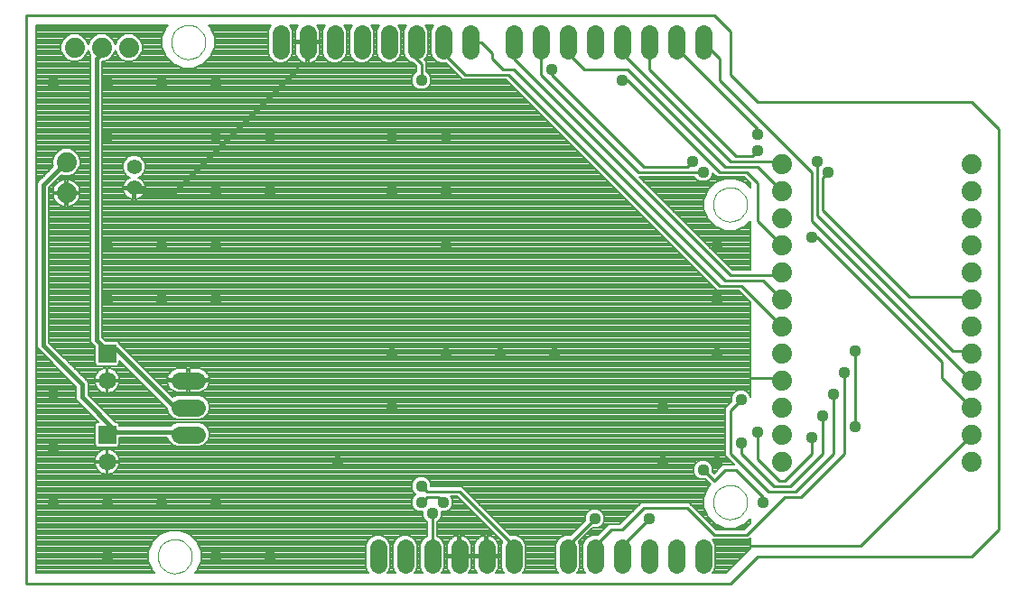
<source format=gtl>
G75*
G70*
%OFA0B0*%
%FSLAX24Y24*%
%IPPOS*%
%LPD*%
%AMOC8*
5,1,8,0,0,1.08239X$1,22.5*
%
%ADD10C,0.0100*%
%ADD11C,0.0000*%
%ADD12C,0.0640*%
%ADD13C,0.0740*%
%ADD14R,0.0650X0.0650*%
%ADD15C,0.0650*%
%ADD16C,0.0560*%
%ADD17C,0.0440*%
%ADD18C,0.0080*%
%ADD19C,0.0160*%
D10*
X000300Y000325D02*
X000300Y021325D01*
X025700Y021325D01*
X026300Y020725D01*
X026300Y019125D01*
X027300Y018125D01*
X035200Y018125D01*
X036200Y017125D01*
X036200Y002325D01*
X035200Y001325D01*
X027300Y001325D01*
X026300Y000325D01*
X000300Y000325D01*
X003300Y005825D02*
X003340Y005925D01*
X003660Y005925D01*
X006220Y005925D02*
X006300Y005825D01*
X014900Y003925D02*
X015100Y003725D01*
X016300Y003725D01*
X018300Y001725D01*
X018300Y001325D01*
X020300Y001325D02*
X020300Y001725D01*
X021300Y002725D01*
X021900Y002325D02*
X021300Y001725D01*
X021300Y001325D01*
X022300Y001325D02*
X022300Y001725D01*
X023300Y002725D01*
X023100Y003125D02*
X022300Y002325D01*
X021900Y002325D01*
X023100Y003125D02*
X024700Y003125D01*
X025700Y002125D01*
X026900Y002125D01*
X028300Y003525D01*
X028900Y003525D01*
X030500Y005125D01*
X030500Y008125D01*
X030900Y008925D02*
X030900Y006125D01*
X029700Y006525D02*
X029700Y005125D01*
X028500Y003925D01*
X027900Y003925D01*
X026700Y005125D01*
X026700Y005525D01*
X027300Y005925D02*
X027300Y004925D01*
X028100Y004125D01*
X028300Y004125D01*
X029300Y005125D01*
X029300Y005725D01*
X030100Y005125D02*
X028700Y003725D01*
X027700Y003725D01*
X026300Y005125D01*
X026300Y006725D01*
X026700Y007125D01*
X027050Y007925D02*
X028100Y007925D01*
X028200Y007825D01*
X030100Y007325D02*
X030100Y005125D01*
X027500Y003525D02*
X026500Y004525D01*
X026100Y004525D01*
X025700Y004125D01*
X025300Y004525D01*
X027500Y003525D02*
X027500Y003325D01*
X027050Y001725D02*
X031100Y001725D01*
X035200Y005825D01*
X035200Y006825D02*
X034100Y007925D01*
X034100Y008525D01*
X029500Y013125D01*
X029300Y013125D01*
X028200Y012825D02*
X027300Y013725D01*
X027300Y015125D01*
X026900Y015525D01*
X025900Y015525D01*
X022500Y018925D01*
X022300Y018925D01*
X022500Y019325D02*
X020900Y019325D01*
X020300Y019925D01*
X020300Y020325D01*
X019300Y020325D02*
X019300Y019125D01*
X022900Y015525D01*
X025300Y015525D01*
X024900Y015925D02*
X024700Y015725D01*
X023100Y015725D01*
X019700Y019125D01*
X019700Y019325D01*
X018300Y019325D02*
X017900Y019325D01*
X017500Y019725D01*
X017500Y019925D01*
X017100Y020325D01*
X016700Y020325D01*
X015700Y020325D02*
X015700Y019925D01*
X016500Y019125D01*
X018100Y019125D01*
X025900Y011325D01*
X026700Y011325D01*
X028200Y009825D01*
X028200Y010825D02*
X027500Y011525D01*
X026100Y011525D01*
X018300Y019325D01*
X018300Y019725D02*
X018300Y020325D01*
X018300Y019725D02*
X026300Y011725D01*
X028100Y011725D01*
X028200Y011825D01*
X029300Y013725D02*
X029300Y015525D01*
X025900Y018925D01*
X025900Y019725D01*
X025300Y020325D01*
X024300Y020325D02*
X024300Y020125D01*
X027300Y017125D01*
X027300Y016925D01*
X027300Y016325D02*
X027100Y016125D01*
X026500Y016125D01*
X023300Y019325D01*
X023300Y020325D01*
X022300Y020325D02*
X022300Y019925D01*
X026300Y015925D01*
X028100Y015925D01*
X028200Y015825D01*
X027300Y015725D02*
X026100Y015725D01*
X022500Y019325D01*
X027300Y015725D02*
X028200Y014825D01*
X029700Y015325D02*
X029700Y014125D01*
X032900Y010925D01*
X035100Y010925D01*
X035200Y010825D01*
X035100Y008925D02*
X034500Y008925D01*
X029500Y013925D01*
X029500Y015925D01*
X029900Y015525D02*
X029700Y015325D01*
X029300Y013725D02*
X035200Y007825D01*
X035200Y008825D02*
X035100Y008925D01*
X015700Y003325D02*
X015500Y003525D01*
X015100Y003525D01*
X014900Y003325D01*
X015300Y002925D02*
X015300Y001325D01*
X001800Y015895D02*
X001740Y015845D01*
X011700Y019925D02*
X011700Y020325D01*
X014500Y019925D02*
X014700Y020125D01*
X014700Y020325D01*
X014700Y020125D02*
X014700Y019925D01*
X014500Y019925D02*
X014900Y019525D01*
X014900Y018925D01*
D11*
X005670Y020325D02*
X005672Y020375D01*
X005678Y020425D01*
X005688Y020474D01*
X005702Y020522D01*
X005719Y020569D01*
X005740Y020614D01*
X005765Y020658D01*
X005793Y020699D01*
X005825Y020738D01*
X005859Y020775D01*
X005896Y020809D01*
X005936Y020839D01*
X005978Y020866D01*
X006022Y020890D01*
X006068Y020911D01*
X006115Y020927D01*
X006163Y020940D01*
X006213Y020949D01*
X006262Y020954D01*
X006313Y020955D01*
X006363Y020952D01*
X006412Y020945D01*
X006461Y020934D01*
X006509Y020919D01*
X006555Y020901D01*
X006600Y020879D01*
X006643Y020853D01*
X006684Y020824D01*
X006723Y020792D01*
X006759Y020757D01*
X006791Y020719D01*
X006821Y020679D01*
X006848Y020636D01*
X006871Y020592D01*
X006890Y020546D01*
X006906Y020498D01*
X006918Y020449D01*
X006926Y020400D01*
X006930Y020350D01*
X006930Y020300D01*
X006926Y020250D01*
X006918Y020201D01*
X006906Y020152D01*
X006890Y020104D01*
X006871Y020058D01*
X006848Y020014D01*
X006821Y019971D01*
X006791Y019931D01*
X006759Y019893D01*
X006723Y019858D01*
X006684Y019826D01*
X006643Y019797D01*
X006600Y019771D01*
X006555Y019749D01*
X006509Y019731D01*
X006461Y019716D01*
X006412Y019705D01*
X006363Y019698D01*
X006313Y019695D01*
X006262Y019696D01*
X006213Y019701D01*
X006163Y019710D01*
X006115Y019723D01*
X006068Y019739D01*
X006022Y019760D01*
X005978Y019784D01*
X005936Y019811D01*
X005896Y019841D01*
X005859Y019875D01*
X005825Y019912D01*
X005793Y019951D01*
X005765Y019992D01*
X005740Y020036D01*
X005719Y020081D01*
X005702Y020128D01*
X005688Y020176D01*
X005678Y020225D01*
X005672Y020275D01*
X005670Y020325D01*
X025670Y014325D02*
X025672Y014375D01*
X025678Y014425D01*
X025688Y014474D01*
X025702Y014522D01*
X025719Y014569D01*
X025740Y014614D01*
X025765Y014658D01*
X025793Y014699D01*
X025825Y014738D01*
X025859Y014775D01*
X025896Y014809D01*
X025936Y014839D01*
X025978Y014866D01*
X026022Y014890D01*
X026068Y014911D01*
X026115Y014927D01*
X026163Y014940D01*
X026213Y014949D01*
X026262Y014954D01*
X026313Y014955D01*
X026363Y014952D01*
X026412Y014945D01*
X026461Y014934D01*
X026509Y014919D01*
X026555Y014901D01*
X026600Y014879D01*
X026643Y014853D01*
X026684Y014824D01*
X026723Y014792D01*
X026759Y014757D01*
X026791Y014719D01*
X026821Y014679D01*
X026848Y014636D01*
X026871Y014592D01*
X026890Y014546D01*
X026906Y014498D01*
X026918Y014449D01*
X026926Y014400D01*
X026930Y014350D01*
X026930Y014300D01*
X026926Y014250D01*
X026918Y014201D01*
X026906Y014152D01*
X026890Y014104D01*
X026871Y014058D01*
X026848Y014014D01*
X026821Y013971D01*
X026791Y013931D01*
X026759Y013893D01*
X026723Y013858D01*
X026684Y013826D01*
X026643Y013797D01*
X026600Y013771D01*
X026555Y013749D01*
X026509Y013731D01*
X026461Y013716D01*
X026412Y013705D01*
X026363Y013698D01*
X026313Y013695D01*
X026262Y013696D01*
X026213Y013701D01*
X026163Y013710D01*
X026115Y013723D01*
X026068Y013739D01*
X026022Y013760D01*
X025978Y013784D01*
X025936Y013811D01*
X025896Y013841D01*
X025859Y013875D01*
X025825Y013912D01*
X025793Y013951D01*
X025765Y013992D01*
X025740Y014036D01*
X025719Y014081D01*
X025702Y014128D01*
X025688Y014176D01*
X025678Y014225D01*
X025672Y014275D01*
X025670Y014325D01*
X025670Y003325D02*
X025672Y003375D01*
X025678Y003425D01*
X025688Y003474D01*
X025702Y003522D01*
X025719Y003569D01*
X025740Y003614D01*
X025765Y003658D01*
X025793Y003699D01*
X025825Y003738D01*
X025859Y003775D01*
X025896Y003809D01*
X025936Y003839D01*
X025978Y003866D01*
X026022Y003890D01*
X026068Y003911D01*
X026115Y003927D01*
X026163Y003940D01*
X026213Y003949D01*
X026262Y003954D01*
X026313Y003955D01*
X026363Y003952D01*
X026412Y003945D01*
X026461Y003934D01*
X026509Y003919D01*
X026555Y003901D01*
X026600Y003879D01*
X026643Y003853D01*
X026684Y003824D01*
X026723Y003792D01*
X026759Y003757D01*
X026791Y003719D01*
X026821Y003679D01*
X026848Y003636D01*
X026871Y003592D01*
X026890Y003546D01*
X026906Y003498D01*
X026918Y003449D01*
X026926Y003400D01*
X026930Y003350D01*
X026930Y003300D01*
X026926Y003250D01*
X026918Y003201D01*
X026906Y003152D01*
X026890Y003104D01*
X026871Y003058D01*
X026848Y003014D01*
X026821Y002971D01*
X026791Y002931D01*
X026759Y002893D01*
X026723Y002858D01*
X026684Y002826D01*
X026643Y002797D01*
X026600Y002771D01*
X026555Y002749D01*
X026509Y002731D01*
X026461Y002716D01*
X026412Y002705D01*
X026363Y002698D01*
X026313Y002695D01*
X026262Y002696D01*
X026213Y002701D01*
X026163Y002710D01*
X026115Y002723D01*
X026068Y002739D01*
X026022Y002760D01*
X025978Y002784D01*
X025936Y002811D01*
X025896Y002841D01*
X025859Y002875D01*
X025825Y002912D01*
X025793Y002951D01*
X025765Y002992D01*
X025740Y003036D01*
X025719Y003081D01*
X025702Y003128D01*
X025688Y003176D01*
X025678Y003225D01*
X025672Y003275D01*
X025670Y003325D01*
X005170Y001325D02*
X005172Y001375D01*
X005178Y001425D01*
X005188Y001474D01*
X005202Y001522D01*
X005219Y001569D01*
X005240Y001614D01*
X005265Y001658D01*
X005293Y001699D01*
X005325Y001738D01*
X005359Y001775D01*
X005396Y001809D01*
X005436Y001839D01*
X005478Y001866D01*
X005522Y001890D01*
X005568Y001911D01*
X005615Y001927D01*
X005663Y001940D01*
X005713Y001949D01*
X005762Y001954D01*
X005813Y001955D01*
X005863Y001952D01*
X005912Y001945D01*
X005961Y001934D01*
X006009Y001919D01*
X006055Y001901D01*
X006100Y001879D01*
X006143Y001853D01*
X006184Y001824D01*
X006223Y001792D01*
X006259Y001757D01*
X006291Y001719D01*
X006321Y001679D01*
X006348Y001636D01*
X006371Y001592D01*
X006390Y001546D01*
X006406Y001498D01*
X006418Y001449D01*
X006426Y001400D01*
X006430Y001350D01*
X006430Y001300D01*
X006426Y001250D01*
X006418Y001201D01*
X006406Y001152D01*
X006390Y001104D01*
X006371Y001058D01*
X006348Y001014D01*
X006321Y000971D01*
X006291Y000931D01*
X006259Y000893D01*
X006223Y000858D01*
X006184Y000826D01*
X006143Y000797D01*
X006100Y000771D01*
X006055Y000749D01*
X006009Y000731D01*
X005961Y000716D01*
X005912Y000705D01*
X005863Y000698D01*
X005813Y000695D01*
X005762Y000696D01*
X005713Y000701D01*
X005663Y000710D01*
X005615Y000723D01*
X005568Y000739D01*
X005522Y000760D01*
X005478Y000784D01*
X005436Y000811D01*
X005396Y000841D01*
X005359Y000875D01*
X005325Y000912D01*
X005293Y000951D01*
X005265Y000992D01*
X005240Y001036D01*
X005219Y001081D01*
X005202Y001128D01*
X005188Y001176D01*
X005178Y001225D01*
X005172Y001275D01*
X005170Y001325D01*
D12*
X005980Y005825D02*
X006620Y005825D01*
X006620Y006825D02*
X005980Y006825D01*
X005980Y007825D02*
X006620Y007825D01*
X013300Y001645D02*
X013300Y001005D01*
X014300Y001005D02*
X014300Y001645D01*
X015300Y001645D02*
X015300Y001005D01*
X016300Y001005D02*
X016300Y001645D01*
X017300Y001645D02*
X017300Y001005D01*
X018300Y001005D02*
X018300Y001645D01*
X020300Y001645D02*
X020300Y001005D01*
X021300Y001005D02*
X021300Y001645D01*
X022300Y001645D02*
X022300Y001005D01*
X023300Y001005D02*
X023300Y001645D01*
X024300Y001645D02*
X024300Y001005D01*
X025300Y001005D02*
X025300Y001645D01*
X025300Y020005D02*
X025300Y020645D01*
X024300Y020645D02*
X024300Y020005D01*
X023300Y020005D02*
X023300Y020645D01*
X022300Y020645D02*
X022300Y020005D01*
X021300Y020005D02*
X021300Y020645D01*
X020300Y020645D02*
X020300Y020005D01*
X019300Y020005D02*
X019300Y020645D01*
X018300Y020645D02*
X018300Y020005D01*
X016700Y020005D02*
X016700Y020645D01*
X015700Y020645D02*
X015700Y020005D01*
X014700Y020005D02*
X014700Y020645D01*
X013700Y020645D02*
X013700Y020005D01*
X012700Y020005D02*
X012700Y020645D01*
X011700Y020645D02*
X011700Y020005D01*
X010700Y020005D02*
X010700Y020645D01*
X009700Y020645D02*
X009700Y020005D01*
D13*
X004100Y020125D03*
X003100Y020125D03*
X002100Y020125D03*
X001800Y015895D03*
X001800Y014755D03*
X028200Y014825D03*
X028200Y013825D03*
X028200Y012825D03*
X028200Y011825D03*
X028200Y010825D03*
X028200Y009825D03*
X028200Y008825D03*
X028200Y007825D03*
X028200Y006825D03*
X028200Y005825D03*
X028200Y004825D03*
X035200Y004825D03*
X035200Y005825D03*
X035200Y006825D03*
X035200Y007825D03*
X035200Y008825D03*
X035200Y009825D03*
X035200Y010825D03*
X035200Y011825D03*
X035200Y012825D03*
X035200Y013825D03*
X035200Y014825D03*
X035200Y015825D03*
X028200Y015825D03*
D14*
X003300Y008825D03*
X003300Y005825D03*
D15*
X003300Y004825D03*
X003300Y007825D03*
D16*
X004300Y014931D03*
X004300Y015719D03*
D17*
X003300Y016825D03*
X003300Y018825D03*
X001300Y018825D03*
X005300Y018825D03*
X007300Y018825D03*
X007300Y016825D03*
X009300Y016825D03*
X009300Y014825D03*
X007300Y014825D03*
X007300Y012825D03*
X005300Y012825D03*
X003300Y012825D03*
X003300Y010825D03*
X005300Y010825D03*
X007300Y010825D03*
X013800Y008825D03*
X015800Y008825D03*
X017800Y008825D03*
X019800Y008825D03*
X023800Y006825D03*
X026700Y007125D03*
X027300Y005925D03*
X026700Y005525D03*
X025800Y004825D03*
X025300Y004525D03*
X023800Y004825D03*
X023300Y002725D03*
X021300Y002725D03*
X015700Y003325D03*
X015300Y002925D03*
X014900Y003325D03*
X014900Y003925D03*
X011800Y004825D03*
X013800Y006825D03*
X007300Y003325D03*
X005300Y003325D03*
X003300Y003325D03*
X001300Y003325D03*
X001300Y005325D03*
X001300Y007325D03*
X003300Y001325D03*
X007300Y001325D03*
X009300Y001325D03*
X025800Y008825D03*
X025800Y010825D03*
X025800Y012825D03*
X029300Y013125D03*
X029900Y015525D03*
X029500Y015925D03*
X027300Y016325D03*
X027300Y016925D03*
X024900Y015925D03*
X025300Y015525D03*
X022300Y018925D03*
X019700Y019325D03*
X015800Y016825D03*
X013800Y016825D03*
X013800Y014825D03*
X015800Y014825D03*
X015800Y012825D03*
X014900Y018925D03*
X030900Y008925D03*
X030500Y008125D03*
X030100Y007325D03*
X029700Y006525D03*
X029300Y005725D03*
X030900Y006125D03*
X027500Y003325D03*
D18*
X027050Y002703D02*
X027050Y002544D01*
X026821Y002315D01*
X025779Y002315D01*
X024890Y003204D01*
X024779Y003315D01*
X023021Y003315D01*
X022221Y002515D01*
X021821Y002515D01*
X021405Y002099D01*
X021391Y002105D01*
X021208Y002105D01*
X021039Y002035D01*
X020910Y001906D01*
X020840Y001736D01*
X020840Y000913D01*
X020910Y000744D01*
X020939Y000715D01*
X020661Y000715D01*
X020690Y000744D01*
X020760Y000913D01*
X020760Y001736D01*
X020707Y001864D01*
X021214Y002371D01*
X021228Y002365D01*
X021372Y002365D01*
X021504Y002420D01*
X021605Y002521D01*
X021660Y002653D01*
X021660Y002797D01*
X021605Y002929D01*
X021504Y003030D01*
X021372Y003085D01*
X021228Y003085D01*
X021096Y003030D01*
X020995Y002929D01*
X020940Y002797D01*
X020940Y002653D01*
X020946Y002639D01*
X020406Y002099D01*
X020391Y002105D01*
X020208Y002105D01*
X020039Y002035D01*
X019910Y001906D01*
X019840Y001736D01*
X019840Y000913D01*
X019910Y000744D01*
X019939Y000715D01*
X018661Y000715D01*
X018690Y000744D01*
X018760Y000913D01*
X018760Y001736D01*
X018690Y001906D01*
X018561Y002035D01*
X018391Y002105D01*
X018208Y002105D01*
X018194Y002099D01*
X016490Y003804D01*
X016379Y003915D01*
X015260Y003915D01*
X015260Y003997D01*
X015205Y004129D01*
X015104Y004230D01*
X014972Y004285D01*
X014828Y004285D01*
X014696Y004230D01*
X014595Y004129D01*
X014540Y003997D01*
X014540Y003853D01*
X014595Y003721D01*
X014691Y003625D01*
X014595Y003529D01*
X014540Y003397D01*
X014540Y003253D01*
X014595Y003121D01*
X014696Y003020D01*
X014828Y002965D01*
X014940Y002965D01*
X014940Y002853D01*
X014995Y002721D01*
X015096Y002620D01*
X015110Y002614D01*
X015110Y002064D01*
X015039Y002035D01*
X014910Y001906D01*
X014840Y001736D01*
X014840Y000913D01*
X014910Y000744D01*
X014939Y000715D01*
X014661Y000715D01*
X014690Y000744D01*
X014760Y000913D01*
X014760Y001736D01*
X014690Y001906D01*
X014561Y002035D01*
X014391Y002105D01*
X014208Y002105D01*
X014039Y002035D01*
X013910Y001906D01*
X013840Y001736D01*
X013840Y000913D01*
X013910Y000744D01*
X013939Y000715D01*
X013661Y000715D01*
X013690Y000744D01*
X013760Y000913D01*
X013760Y001736D01*
X013690Y001906D01*
X013561Y002035D01*
X013391Y002105D01*
X013208Y002105D01*
X013039Y002035D01*
X012910Y001906D01*
X012840Y001736D01*
X012840Y000913D01*
X012910Y000744D01*
X012939Y000715D01*
X006562Y000715D01*
X006622Y000776D01*
X006770Y001132D01*
X006770Y001518D01*
X006622Y001874D01*
X006349Y002147D01*
X005993Y002295D01*
X005607Y002295D01*
X005251Y002147D01*
X004978Y001874D01*
X004830Y001518D01*
X004830Y001132D01*
X004978Y000776D01*
X005038Y000715D01*
X000690Y000715D01*
X000690Y020935D01*
X005538Y020935D01*
X005478Y020874D01*
X005330Y020518D01*
X005330Y020132D01*
X005478Y019776D01*
X005751Y019503D01*
X006107Y019355D01*
X006493Y019355D01*
X006849Y019503D01*
X007122Y019776D01*
X007270Y020132D01*
X007270Y020518D01*
X007122Y020874D01*
X007062Y020935D01*
X009339Y020935D01*
X009310Y020906D01*
X009240Y020736D01*
X009240Y019913D01*
X009310Y019744D01*
X009439Y019615D01*
X009608Y019545D01*
X009791Y019545D01*
X009961Y019615D01*
X010090Y019744D01*
X010160Y019913D01*
X010160Y020736D01*
X010090Y020906D01*
X010061Y020935D01*
X010342Y020935D01*
X010307Y020886D01*
X010274Y020822D01*
X010251Y020753D01*
X010240Y020681D01*
X010240Y020365D01*
X010660Y020365D01*
X010660Y020285D01*
X010740Y020285D01*
X010740Y020365D01*
X011160Y020365D01*
X011160Y020681D01*
X011149Y020753D01*
X011126Y020822D01*
X011093Y020886D01*
X011058Y020935D01*
X011339Y020935D01*
X011310Y020906D01*
X011240Y020736D01*
X011240Y019913D01*
X011310Y019744D01*
X011439Y019615D01*
X011608Y019545D01*
X011791Y019545D01*
X011961Y019615D01*
X012090Y019744D01*
X012160Y019913D01*
X012160Y020736D01*
X012090Y020906D01*
X012061Y020935D01*
X012339Y020935D01*
X012310Y020906D01*
X012240Y020736D01*
X012240Y019913D01*
X012310Y019744D01*
X012439Y019615D01*
X012608Y019545D01*
X012791Y019545D01*
X012961Y019615D01*
X013090Y019744D01*
X013160Y019913D01*
X013160Y020736D01*
X013090Y020906D01*
X013061Y020935D01*
X013339Y020935D01*
X013310Y020906D01*
X013240Y020736D01*
X013240Y019913D01*
X013310Y019744D01*
X013439Y019615D01*
X013608Y019545D01*
X013791Y019545D01*
X013961Y019615D01*
X014090Y019744D01*
X014160Y019913D01*
X014160Y020736D01*
X014090Y020906D01*
X014061Y020935D01*
X014339Y020935D01*
X014310Y020906D01*
X014240Y020736D01*
X014240Y019913D01*
X014310Y019744D01*
X014439Y019615D01*
X014608Y019545D01*
X014611Y019545D01*
X014710Y019446D01*
X014710Y019236D01*
X014696Y019230D01*
X014595Y019129D01*
X014540Y018997D01*
X014540Y018853D01*
X014595Y018721D01*
X014696Y018620D01*
X014828Y018565D01*
X014972Y018565D01*
X015104Y018620D01*
X015205Y018721D01*
X015260Y018853D01*
X015260Y018997D01*
X015205Y019129D01*
X015104Y019230D01*
X015090Y019236D01*
X015090Y019604D01*
X015020Y019674D01*
X015090Y019744D01*
X015160Y019913D01*
X015160Y020736D01*
X015090Y020906D01*
X015061Y020935D01*
X015339Y020935D01*
X015310Y020906D01*
X015240Y020736D01*
X015240Y019913D01*
X015310Y019744D01*
X015439Y019615D01*
X015608Y019545D01*
X015791Y019545D01*
X015806Y019551D01*
X016421Y018935D01*
X018021Y018935D01*
X025821Y011135D01*
X026621Y011135D01*
X027050Y010706D01*
X027050Y007221D01*
X027005Y007329D01*
X026904Y007430D01*
X026772Y007485D01*
X026628Y007485D01*
X026496Y007430D01*
X026395Y007329D01*
X026340Y007197D01*
X026340Y007053D01*
X026346Y007039D01*
X026110Y006804D01*
X026110Y005046D01*
X026221Y004935D01*
X026441Y004715D01*
X026021Y004715D01*
X025700Y004394D01*
X025654Y004439D01*
X025660Y004453D01*
X025660Y004597D01*
X025605Y004729D01*
X025504Y004830D01*
X025372Y004885D01*
X025228Y004885D01*
X025096Y004830D01*
X024995Y004729D01*
X024940Y004597D01*
X024940Y004453D01*
X024995Y004321D01*
X025096Y004220D01*
X025228Y004165D01*
X025372Y004165D01*
X025386Y004171D01*
X025580Y003976D01*
X025478Y003874D01*
X025330Y003518D01*
X025330Y003132D01*
X025478Y002776D01*
X025751Y002503D01*
X026107Y002355D01*
X026493Y002355D01*
X026849Y002503D01*
X027050Y002703D01*
X027050Y002680D02*
X027027Y002680D01*
X027050Y002602D02*
X026948Y002602D01*
X026870Y002523D02*
X027029Y002523D01*
X026951Y002445D02*
X026709Y002445D01*
X026872Y002366D02*
X026519Y002366D01*
X026081Y002366D02*
X025728Y002366D01*
X025649Y002445D02*
X025891Y002445D01*
X025730Y002523D02*
X025571Y002523D01*
X025492Y002602D02*
X025652Y002602D01*
X025573Y002680D02*
X025414Y002680D01*
X025335Y002759D02*
X025495Y002759D01*
X025452Y002837D02*
X025257Y002837D01*
X025178Y002916D02*
X025420Y002916D01*
X025387Y002994D02*
X025100Y002994D01*
X025021Y003073D02*
X025355Y003073D01*
X025330Y003151D02*
X024943Y003151D01*
X024864Y003230D02*
X025330Y003230D01*
X025330Y003308D02*
X024786Y003308D01*
X025330Y003387D02*
X016907Y003387D01*
X016829Y003465D02*
X025330Y003465D01*
X025341Y003544D02*
X016750Y003544D01*
X016672Y003622D02*
X025373Y003622D01*
X025406Y003701D02*
X016593Y003701D01*
X016515Y003779D02*
X025438Y003779D01*
X025471Y003858D02*
X016436Y003858D01*
X016221Y003535D02*
X017893Y001864D01*
X017840Y001736D01*
X017840Y000913D01*
X017910Y000744D01*
X017939Y000715D01*
X017658Y000715D01*
X017693Y000764D01*
X017726Y000828D01*
X017749Y000897D01*
X017760Y000969D01*
X017760Y001285D01*
X017340Y001285D01*
X017340Y001365D01*
X017260Y001365D01*
X017260Y002104D01*
X017192Y002094D01*
X017123Y002071D01*
X017059Y002038D01*
X017000Y001996D01*
X016949Y001945D01*
X016907Y001886D01*
X016874Y001822D01*
X016851Y001753D01*
X016840Y001681D01*
X016840Y001365D01*
X017260Y001365D01*
X017260Y001285D01*
X016840Y001285D01*
X016840Y000969D01*
X016851Y000897D01*
X016874Y000828D01*
X016907Y000764D01*
X016942Y000715D01*
X016658Y000715D01*
X016693Y000764D01*
X016726Y000828D01*
X016749Y000897D01*
X016760Y000969D01*
X016760Y001285D01*
X016340Y001285D01*
X016340Y001365D01*
X016260Y001365D01*
X016260Y002104D01*
X016192Y002094D01*
X016123Y002071D01*
X016059Y002038D01*
X016000Y001996D01*
X015949Y001945D01*
X015907Y001886D01*
X015874Y001822D01*
X015851Y001753D01*
X015840Y001681D01*
X015840Y001365D01*
X016260Y001365D01*
X016260Y001285D01*
X015840Y001285D01*
X015840Y000969D01*
X015851Y000897D01*
X015874Y000828D01*
X015907Y000764D01*
X015942Y000715D01*
X015661Y000715D01*
X015690Y000744D01*
X015760Y000913D01*
X015760Y001736D01*
X015690Y001906D01*
X015561Y002035D01*
X015490Y002064D01*
X015490Y002614D01*
X015504Y002620D01*
X015605Y002721D01*
X015660Y002853D01*
X015660Y002965D01*
X015772Y002965D01*
X015904Y003020D01*
X016005Y003121D01*
X016060Y003253D01*
X016060Y003397D01*
X016005Y003529D01*
X015999Y003535D01*
X016221Y003535D01*
X016291Y003465D02*
X016032Y003465D01*
X016060Y003387D02*
X016370Y003387D01*
X016448Y003308D02*
X016060Y003308D01*
X016050Y003230D02*
X016527Y003230D01*
X016605Y003151D02*
X016018Y003151D01*
X015957Y003073D02*
X016684Y003073D01*
X016762Y002994D02*
X015842Y002994D01*
X015660Y002916D02*
X016841Y002916D01*
X016919Y002837D02*
X015653Y002837D01*
X015621Y002759D02*
X016998Y002759D01*
X017076Y002680D02*
X015564Y002680D01*
X015490Y002602D02*
X017155Y002602D01*
X017233Y002523D02*
X015490Y002523D01*
X015490Y002445D02*
X017312Y002445D01*
X017390Y002366D02*
X015490Y002366D01*
X015490Y002288D02*
X017469Y002288D01*
X017547Y002209D02*
X015490Y002209D01*
X015490Y002131D02*
X017626Y002131D01*
X017704Y002052D02*
X017514Y002052D01*
X017541Y002038D02*
X017477Y002071D01*
X017408Y002094D01*
X017340Y002104D01*
X017340Y001365D01*
X017760Y001365D01*
X017760Y001681D01*
X017749Y001753D01*
X017726Y001822D01*
X017693Y001886D01*
X017651Y001945D01*
X017600Y001996D01*
X017541Y002038D01*
X017622Y001974D02*
X017783Y001974D01*
X017861Y001895D02*
X017687Y001895D01*
X017728Y001817D02*
X017873Y001817D01*
X017841Y001738D02*
X017751Y001738D01*
X017760Y001660D02*
X017840Y001660D01*
X017840Y001581D02*
X017760Y001581D01*
X017760Y001503D02*
X017840Y001503D01*
X017840Y001424D02*
X017760Y001424D01*
X017840Y001346D02*
X017340Y001346D01*
X017340Y001424D02*
X017260Y001424D01*
X017260Y001346D02*
X016340Y001346D01*
X016340Y001365D02*
X016760Y001365D01*
X016760Y001681D01*
X016749Y001753D01*
X016726Y001822D01*
X016693Y001886D01*
X016651Y001945D01*
X016600Y001996D01*
X016541Y002038D01*
X016477Y002071D01*
X016408Y002094D01*
X016340Y002104D01*
X016340Y001365D01*
X016340Y001424D02*
X016260Y001424D01*
X016260Y001346D02*
X015760Y001346D01*
X015760Y001424D02*
X015840Y001424D01*
X015840Y001503D02*
X015760Y001503D01*
X015760Y001581D02*
X015840Y001581D01*
X015840Y001660D02*
X015760Y001660D01*
X015759Y001738D02*
X015849Y001738D01*
X015872Y001817D02*
X015727Y001817D01*
X015694Y001895D02*
X015913Y001895D01*
X015978Y001974D02*
X015622Y001974D01*
X015519Y002052D02*
X016086Y002052D01*
X016260Y002052D02*
X016340Y002052D01*
X016340Y001974D02*
X016260Y001974D01*
X016260Y001895D02*
X016340Y001895D01*
X016340Y001817D02*
X016260Y001817D01*
X016260Y001738D02*
X016340Y001738D01*
X016340Y001660D02*
X016260Y001660D01*
X016260Y001581D02*
X016340Y001581D01*
X016340Y001503D02*
X016260Y001503D01*
X016760Y001503D02*
X016840Y001503D01*
X016840Y001581D02*
X016760Y001581D01*
X016760Y001660D02*
X016840Y001660D01*
X016849Y001738D02*
X016751Y001738D01*
X016728Y001817D02*
X016872Y001817D01*
X016913Y001895D02*
X016687Y001895D01*
X016622Y001974D02*
X016978Y001974D01*
X017086Y002052D02*
X016514Y002052D01*
X017260Y002052D02*
X017340Y002052D01*
X017340Y001974D02*
X017260Y001974D01*
X017260Y001895D02*
X017340Y001895D01*
X017340Y001817D02*
X017260Y001817D01*
X017260Y001738D02*
X017340Y001738D01*
X017340Y001660D02*
X017260Y001660D01*
X017260Y001581D02*
X017340Y001581D01*
X017340Y001503D02*
X017260Y001503D01*
X016840Y001424D02*
X016760Y001424D01*
X016760Y001267D02*
X016840Y001267D01*
X016840Y001189D02*
X016760Y001189D01*
X016760Y001110D02*
X016840Y001110D01*
X016840Y001032D02*
X016760Y001032D01*
X016757Y000953D02*
X016843Y000953D01*
X016859Y000875D02*
X016741Y000875D01*
X016710Y000796D02*
X016890Y000796D01*
X016940Y000718D02*
X016660Y000718D01*
X015940Y000718D02*
X015663Y000718D01*
X015711Y000796D02*
X015890Y000796D01*
X015859Y000875D02*
X015744Y000875D01*
X015760Y000953D02*
X015843Y000953D01*
X015840Y001032D02*
X015760Y001032D01*
X015760Y001110D02*
X015840Y001110D01*
X015840Y001189D02*
X015760Y001189D01*
X015760Y001267D02*
X015840Y001267D01*
X014840Y001267D02*
X014760Y001267D01*
X014760Y001189D02*
X014840Y001189D01*
X014840Y001110D02*
X014760Y001110D01*
X014760Y001032D02*
X014840Y001032D01*
X014840Y000953D02*
X014760Y000953D01*
X014744Y000875D02*
X014856Y000875D01*
X014889Y000796D02*
X014711Y000796D01*
X014663Y000718D02*
X014937Y000718D01*
X013937Y000718D02*
X013663Y000718D01*
X013711Y000796D02*
X013889Y000796D01*
X013856Y000875D02*
X013744Y000875D01*
X013760Y000953D02*
X013840Y000953D01*
X013840Y001032D02*
X013760Y001032D01*
X013760Y001110D02*
X013840Y001110D01*
X013840Y001189D02*
X013760Y001189D01*
X013760Y001267D02*
X013840Y001267D01*
X013840Y001346D02*
X013760Y001346D01*
X013760Y001424D02*
X013840Y001424D01*
X013840Y001503D02*
X013760Y001503D01*
X013760Y001581D02*
X013840Y001581D01*
X013840Y001660D02*
X013760Y001660D01*
X013759Y001738D02*
X013841Y001738D01*
X013873Y001817D02*
X013727Y001817D01*
X013694Y001895D02*
X013906Y001895D01*
X013978Y001974D02*
X013622Y001974D01*
X013519Y002052D02*
X014081Y002052D01*
X014519Y002052D02*
X015081Y002052D01*
X015110Y002131D02*
X006366Y002131D01*
X006445Y002052D02*
X013081Y002052D01*
X012978Y001974D02*
X006523Y001974D01*
X006602Y001895D02*
X012906Y001895D01*
X012873Y001817D02*
X006646Y001817D01*
X006679Y001738D02*
X012841Y001738D01*
X012840Y001660D02*
X006711Y001660D01*
X006744Y001581D02*
X012840Y001581D01*
X012840Y001503D02*
X006770Y001503D01*
X006770Y001424D02*
X012840Y001424D01*
X012840Y001346D02*
X006770Y001346D01*
X006770Y001267D02*
X012840Y001267D01*
X012840Y001189D02*
X006770Y001189D01*
X006761Y001110D02*
X012840Y001110D01*
X012840Y001032D02*
X006728Y001032D01*
X006696Y000953D02*
X012840Y000953D01*
X012856Y000875D02*
X006663Y000875D01*
X006631Y000796D02*
X012889Y000796D01*
X012937Y000718D02*
X006564Y000718D01*
X005036Y000718D02*
X000690Y000718D01*
X000690Y000796D02*
X004969Y000796D01*
X004937Y000875D02*
X000690Y000875D01*
X000690Y000953D02*
X004904Y000953D01*
X004872Y001032D02*
X000690Y001032D01*
X000690Y001110D02*
X004839Y001110D01*
X004830Y001189D02*
X000690Y001189D01*
X000690Y001267D02*
X004830Y001267D01*
X004830Y001346D02*
X000690Y001346D01*
X000690Y001424D02*
X004830Y001424D01*
X004830Y001503D02*
X000690Y001503D01*
X000690Y001581D02*
X004856Y001581D01*
X004889Y001660D02*
X000690Y001660D01*
X000690Y001738D02*
X004921Y001738D01*
X004954Y001817D02*
X000690Y001817D01*
X000690Y001895D02*
X004998Y001895D01*
X005077Y001974D02*
X000690Y001974D01*
X000690Y002052D02*
X005155Y002052D01*
X005234Y002131D02*
X000690Y002131D01*
X000690Y002209D02*
X005400Y002209D01*
X005589Y002288D02*
X000690Y002288D01*
X000690Y002366D02*
X015110Y002366D01*
X015110Y002288D02*
X006011Y002288D01*
X006200Y002209D02*
X015110Y002209D01*
X015110Y002445D02*
X000690Y002445D01*
X000690Y002523D02*
X015110Y002523D01*
X015110Y002602D02*
X000690Y002602D01*
X000690Y002680D02*
X015036Y002680D01*
X014979Y002759D02*
X000690Y002759D01*
X000690Y002837D02*
X014947Y002837D01*
X014940Y002916D02*
X000690Y002916D01*
X000690Y002994D02*
X014758Y002994D01*
X014643Y003073D02*
X000690Y003073D01*
X000690Y003151D02*
X014582Y003151D01*
X014550Y003230D02*
X000690Y003230D01*
X000690Y003308D02*
X014540Y003308D01*
X014540Y003387D02*
X000690Y003387D01*
X000690Y003465D02*
X014568Y003465D01*
X014609Y003544D02*
X000690Y003544D01*
X000690Y003622D02*
X014688Y003622D01*
X014615Y003701D02*
X000690Y003701D01*
X000690Y003779D02*
X014571Y003779D01*
X014540Y003858D02*
X000690Y003858D01*
X000690Y003936D02*
X014540Y003936D01*
X014547Y004015D02*
X000690Y004015D01*
X000690Y004093D02*
X014580Y004093D01*
X014637Y004172D02*
X000690Y004172D01*
X000690Y004250D02*
X014744Y004250D01*
X015056Y004250D02*
X025066Y004250D01*
X024992Y004329D02*
X000690Y004329D01*
X000690Y004407D02*
X003096Y004407D01*
X003122Y004394D02*
X003191Y004371D01*
X003263Y004360D01*
X003271Y004360D01*
X003271Y004796D01*
X002835Y004796D01*
X002835Y004788D01*
X002846Y004716D01*
X002869Y004647D01*
X002902Y004581D01*
X002945Y004522D01*
X002997Y004470D01*
X003056Y004427D01*
X003122Y004394D01*
X003271Y004407D02*
X003329Y004407D01*
X003329Y004360D02*
X003337Y004360D01*
X003409Y004371D01*
X003478Y004394D01*
X003544Y004427D01*
X003603Y004470D01*
X003655Y004522D01*
X003698Y004581D01*
X003731Y004647D01*
X003754Y004716D01*
X003765Y004788D01*
X003765Y004796D01*
X003329Y004796D01*
X003329Y004854D01*
X003271Y004854D01*
X003271Y005290D01*
X003263Y005290D01*
X003191Y005279D01*
X003122Y005256D01*
X003056Y005223D01*
X002997Y005180D01*
X002945Y005128D01*
X002902Y005069D01*
X002869Y005003D01*
X002846Y004934D01*
X002835Y004862D01*
X002835Y004854D01*
X003271Y004854D01*
X003271Y004796D01*
X003329Y004796D01*
X003329Y004360D01*
X003329Y004486D02*
X003271Y004486D01*
X003271Y004564D02*
X003329Y004564D01*
X003329Y004643D02*
X003271Y004643D01*
X003271Y004721D02*
X003329Y004721D01*
X003329Y004800D02*
X025065Y004800D01*
X024992Y004721D02*
X003754Y004721D01*
X003729Y004643D02*
X024959Y004643D01*
X024940Y004564D02*
X003685Y004564D01*
X003618Y004486D02*
X024940Y004486D01*
X024959Y004407D02*
X003504Y004407D01*
X003271Y004800D02*
X000690Y004800D01*
X000690Y004878D02*
X002838Y004878D01*
X002854Y004957D02*
X000690Y004957D01*
X000690Y005035D02*
X002885Y005035D01*
X002935Y005114D02*
X000690Y005114D01*
X000690Y005192D02*
X003014Y005192D01*
X003166Y005271D02*
X000690Y005271D01*
X000690Y005349D02*
X026110Y005349D01*
X026110Y005271D02*
X003434Y005271D01*
X003409Y005279D02*
X003337Y005290D01*
X003329Y005290D01*
X003329Y004854D01*
X003765Y004854D01*
X003765Y004862D01*
X003754Y004934D01*
X003731Y005003D01*
X003698Y005069D01*
X003655Y005128D01*
X003603Y005180D01*
X003544Y005223D01*
X003478Y005256D01*
X003409Y005279D01*
X003329Y005271D02*
X003271Y005271D01*
X003271Y005192D02*
X003329Y005192D01*
X003329Y005114D02*
X003271Y005114D01*
X003271Y005035D02*
X003329Y005035D01*
X003329Y004957D02*
X003271Y004957D01*
X003271Y004878D02*
X003329Y004878D01*
X003586Y005192D02*
X026110Y005192D01*
X026110Y005114D02*
X003665Y005114D01*
X003715Y005035D02*
X026121Y005035D01*
X026200Y004957D02*
X003746Y004957D01*
X003762Y004878D02*
X025212Y004878D01*
X025388Y004878D02*
X026278Y004878D01*
X026357Y004800D02*
X025535Y004800D01*
X025608Y004721D02*
X026435Y004721D01*
X025949Y004643D02*
X025641Y004643D01*
X025660Y004564D02*
X025870Y004564D01*
X025792Y004486D02*
X025660Y004486D01*
X025687Y004407D02*
X025713Y004407D01*
X025463Y004093D02*
X015220Y004093D01*
X015253Y004015D02*
X025542Y004015D01*
X025539Y003936D02*
X015260Y003936D01*
X015163Y004172D02*
X025213Y004172D01*
X023014Y003308D02*
X016986Y003308D01*
X017064Y003230D02*
X022936Y003230D01*
X022857Y003151D02*
X017143Y003151D01*
X017221Y003073D02*
X021198Y003073D01*
X021060Y002994D02*
X017300Y002994D01*
X017378Y002916D02*
X020989Y002916D01*
X020957Y002837D02*
X017457Y002837D01*
X017535Y002759D02*
X020940Y002759D01*
X020940Y002680D02*
X017614Y002680D01*
X017692Y002602D02*
X020908Y002602D01*
X020829Y002523D02*
X017771Y002523D01*
X017849Y002445D02*
X020751Y002445D01*
X020672Y002366D02*
X017928Y002366D01*
X018006Y002288D02*
X020594Y002288D01*
X020515Y002209D02*
X018085Y002209D01*
X018163Y002131D02*
X020437Y002131D01*
X020081Y002052D02*
X018519Y002052D01*
X018622Y001974D02*
X019978Y001974D01*
X019906Y001895D02*
X018694Y001895D01*
X018727Y001817D02*
X019873Y001817D01*
X019841Y001738D02*
X018759Y001738D01*
X018760Y001660D02*
X019840Y001660D01*
X019840Y001581D02*
X018760Y001581D01*
X018760Y001503D02*
X019840Y001503D01*
X019840Y001424D02*
X018760Y001424D01*
X018760Y001346D02*
X019840Y001346D01*
X019840Y001267D02*
X018760Y001267D01*
X018760Y001189D02*
X019840Y001189D01*
X019840Y001110D02*
X018760Y001110D01*
X018760Y001032D02*
X019840Y001032D01*
X019840Y000953D02*
X018760Y000953D01*
X018744Y000875D02*
X019856Y000875D01*
X019889Y000796D02*
X018711Y000796D01*
X018663Y000718D02*
X019937Y000718D01*
X020663Y000718D02*
X020937Y000718D01*
X020889Y000796D02*
X020711Y000796D01*
X020744Y000875D02*
X020856Y000875D01*
X020840Y000953D02*
X020760Y000953D01*
X020760Y001032D02*
X020840Y001032D01*
X020840Y001110D02*
X020760Y001110D01*
X020760Y001189D02*
X020840Y001189D01*
X020840Y001267D02*
X020760Y001267D01*
X020760Y001346D02*
X020840Y001346D01*
X020840Y001424D02*
X020760Y001424D01*
X020760Y001503D02*
X020840Y001503D01*
X020840Y001581D02*
X020760Y001581D01*
X020760Y001660D02*
X020840Y001660D01*
X020841Y001738D02*
X020759Y001738D01*
X020727Y001817D02*
X020873Y001817D01*
X020906Y001895D02*
X020739Y001895D01*
X020817Y001974D02*
X020978Y001974D01*
X020896Y002052D02*
X021081Y002052D01*
X020974Y002131D02*
X021437Y002131D01*
X021515Y002209D02*
X021053Y002209D01*
X021131Y002288D02*
X021594Y002288D01*
X021672Y002366D02*
X021374Y002366D01*
X021226Y002366D02*
X021210Y002366D01*
X021529Y002445D02*
X021751Y002445D01*
X021606Y002523D02*
X022229Y002523D01*
X022308Y002602D02*
X021639Y002602D01*
X021660Y002680D02*
X022386Y002680D01*
X022465Y002759D02*
X021660Y002759D01*
X021643Y002837D02*
X022543Y002837D01*
X022622Y002916D02*
X021611Y002916D01*
X021540Y002994D02*
X022700Y002994D01*
X022779Y003073D02*
X021402Y003073D01*
X017840Y001267D02*
X017760Y001267D01*
X017760Y001189D02*
X017840Y001189D01*
X017840Y001110D02*
X017760Y001110D01*
X017760Y001032D02*
X017840Y001032D01*
X017840Y000953D02*
X017757Y000953D01*
X017741Y000875D02*
X017856Y000875D01*
X017889Y000796D02*
X017710Y000796D01*
X017660Y000718D02*
X017937Y000718D01*
X014840Y001346D02*
X014760Y001346D01*
X014760Y001424D02*
X014840Y001424D01*
X014840Y001503D02*
X014760Y001503D01*
X014760Y001581D02*
X014840Y001581D01*
X014840Y001660D02*
X014760Y001660D01*
X014759Y001738D02*
X014841Y001738D01*
X014873Y001817D02*
X014727Y001817D01*
X014694Y001895D02*
X014906Y001895D01*
X014978Y001974D02*
X014622Y001974D01*
X007010Y005564D02*
X006881Y005435D01*
X006711Y005365D01*
X005888Y005365D01*
X005719Y005435D01*
X005590Y005564D01*
X005532Y005705D01*
X003765Y005705D01*
X003765Y005442D01*
X003683Y005360D01*
X002917Y005360D01*
X002835Y005442D01*
X002835Y006208D01*
X002917Y006290D01*
X002984Y006290D01*
X002160Y007114D01*
X002160Y007594D01*
X000720Y009034D01*
X000720Y015136D01*
X000849Y015265D01*
X001316Y015732D01*
X001290Y015794D01*
X001290Y015996D01*
X001368Y016184D01*
X001511Y016327D01*
X001699Y016405D01*
X001901Y016405D01*
X002089Y016327D01*
X002232Y016184D01*
X002310Y015996D01*
X002310Y015794D01*
X002232Y015606D01*
X002089Y015463D01*
X001901Y015385D01*
X001699Y015385D01*
X001623Y015416D01*
X001160Y014954D01*
X001160Y009216D01*
X002471Y007905D01*
X002600Y007776D01*
X002600Y007296D01*
X003606Y006290D01*
X003683Y006290D01*
X003765Y006208D01*
X003765Y006145D01*
X005649Y006145D01*
X005719Y006215D01*
X005888Y006285D01*
X006711Y006285D01*
X006881Y006215D01*
X007010Y006086D01*
X007080Y005916D01*
X007080Y005733D01*
X007010Y005564D01*
X007018Y005585D02*
X026110Y005585D01*
X026110Y005663D02*
X007051Y005663D01*
X007080Y005742D02*
X026110Y005742D01*
X026110Y005820D02*
X007080Y005820D01*
X007080Y005899D02*
X026110Y005899D01*
X026110Y005977D02*
X007055Y005977D01*
X007022Y006056D02*
X026110Y006056D01*
X026110Y006134D02*
X006962Y006134D01*
X006883Y006213D02*
X026110Y006213D01*
X026110Y006291D02*
X003605Y006291D01*
X003527Y006370D02*
X005878Y006370D01*
X005888Y006365D02*
X005719Y006435D01*
X005590Y006564D01*
X005520Y006733D01*
X005520Y006794D01*
X003765Y008549D01*
X003765Y008442D01*
X003683Y008360D01*
X002917Y008360D01*
X002835Y008442D01*
X002835Y009079D01*
X002809Y009105D01*
X002680Y009234D01*
X002680Y019816D01*
X002684Y019820D01*
X002668Y019836D01*
X002600Y019999D01*
X002532Y019836D01*
X002389Y019693D01*
X002201Y019615D01*
X001999Y019615D01*
X001811Y019693D01*
X001668Y019836D01*
X001590Y020024D01*
X001590Y020226D01*
X001668Y020414D01*
X001811Y020557D01*
X001999Y020635D01*
X002201Y020635D01*
X002389Y020557D01*
X002532Y020414D01*
X002600Y020251D01*
X002668Y020414D01*
X002811Y020557D01*
X002999Y020635D01*
X003201Y020635D01*
X003389Y020557D01*
X003532Y020414D01*
X003600Y020251D01*
X003668Y020414D01*
X003811Y020557D01*
X003999Y020635D01*
X004201Y020635D01*
X004389Y020557D01*
X004532Y020414D01*
X004610Y020226D01*
X004610Y020024D01*
X004532Y019836D01*
X004389Y019693D01*
X004201Y019615D01*
X003999Y019615D01*
X003811Y019693D01*
X003668Y019836D01*
X003600Y019999D01*
X003532Y019836D01*
X003389Y019693D01*
X003201Y019615D01*
X003120Y019615D01*
X003120Y009416D01*
X003246Y009290D01*
X003683Y009290D01*
X003765Y009208D01*
X003765Y009171D01*
X003880Y009056D01*
X005721Y007215D01*
X005888Y007285D01*
X006711Y007285D01*
X006881Y007215D01*
X007010Y007086D01*
X007080Y006916D01*
X007080Y006733D01*
X007010Y006564D01*
X006881Y006435D01*
X006711Y006365D01*
X005888Y006365D01*
X005706Y006448D02*
X003448Y006448D01*
X003370Y006527D02*
X005628Y006527D01*
X005573Y006605D02*
X003291Y006605D01*
X003213Y006684D02*
X005541Y006684D01*
X005520Y006762D02*
X003134Y006762D01*
X003056Y006841D02*
X005473Y006841D01*
X005395Y006919D02*
X002977Y006919D01*
X002899Y006998D02*
X005316Y006998D01*
X005238Y007076D02*
X002820Y007076D01*
X002742Y007155D02*
X005159Y007155D01*
X005081Y007233D02*
X002663Y007233D01*
X002600Y007312D02*
X005002Y007312D01*
X004924Y007390D02*
X003466Y007390D01*
X003478Y007394D02*
X003544Y007427D01*
X003603Y007470D01*
X003655Y007522D01*
X003698Y007581D01*
X003731Y007647D01*
X003754Y007716D01*
X003765Y007788D01*
X003765Y007796D01*
X003329Y007796D01*
X003329Y007854D01*
X003271Y007854D01*
X003271Y008290D01*
X003263Y008290D01*
X003191Y008279D01*
X003122Y008256D01*
X003056Y008223D01*
X002997Y008180D01*
X002945Y008128D01*
X002902Y008069D01*
X002869Y008003D01*
X002846Y007934D01*
X002835Y007862D01*
X002835Y007854D01*
X003271Y007854D01*
X003271Y007796D01*
X002835Y007796D01*
X002835Y007788D01*
X002846Y007716D01*
X002869Y007647D01*
X002902Y007581D01*
X002945Y007522D01*
X002997Y007470D01*
X003056Y007427D01*
X003122Y007394D01*
X003191Y007371D01*
X003263Y007360D01*
X003271Y007360D01*
X003271Y007796D01*
X003329Y007796D01*
X003329Y007360D01*
X003337Y007360D01*
X003409Y007371D01*
X003478Y007394D01*
X003600Y007469D02*
X004845Y007469D01*
X004767Y007547D02*
X003673Y007547D01*
X003720Y007626D02*
X004688Y007626D01*
X004610Y007704D02*
X003750Y007704D01*
X003764Y007783D02*
X004531Y007783D01*
X004453Y007861D02*
X003765Y007861D01*
X003765Y007862D02*
X003754Y007934D01*
X003731Y008003D01*
X003698Y008069D01*
X003655Y008128D01*
X003603Y008180D01*
X003544Y008223D01*
X003478Y008256D01*
X003409Y008279D01*
X003337Y008290D01*
X003329Y008290D01*
X003329Y007854D01*
X003765Y007854D01*
X003765Y007862D01*
X003752Y007940D02*
X004374Y007940D01*
X004296Y008018D02*
X003724Y008018D01*
X003677Y008097D02*
X004217Y008097D01*
X004139Y008175D02*
X003608Y008175D01*
X003483Y008254D02*
X004060Y008254D01*
X003982Y008332D02*
X002044Y008332D01*
X001966Y008411D02*
X002866Y008411D01*
X002835Y008489D02*
X001887Y008489D01*
X001809Y008568D02*
X002835Y008568D01*
X002835Y008646D02*
X001730Y008646D01*
X001652Y008725D02*
X002835Y008725D01*
X002835Y008803D02*
X001573Y008803D01*
X001495Y008882D02*
X002835Y008882D01*
X002835Y008960D02*
X001416Y008960D01*
X001338Y009039D02*
X002835Y009039D01*
X002797Y009117D02*
X001259Y009117D01*
X001181Y009196D02*
X002718Y009196D01*
X002680Y009274D02*
X001160Y009274D01*
X001160Y009353D02*
X002680Y009353D01*
X002680Y009431D02*
X001160Y009431D01*
X001160Y009510D02*
X002680Y009510D01*
X002680Y009588D02*
X001160Y009588D01*
X001160Y009667D02*
X002680Y009667D01*
X002680Y009745D02*
X001160Y009745D01*
X001160Y009824D02*
X002680Y009824D01*
X002680Y009902D02*
X001160Y009902D01*
X001160Y009981D02*
X002680Y009981D01*
X002680Y010059D02*
X001160Y010059D01*
X001160Y010138D02*
X002680Y010138D01*
X002680Y010216D02*
X001160Y010216D01*
X001160Y010295D02*
X002680Y010295D01*
X002680Y010373D02*
X001160Y010373D01*
X001160Y010452D02*
X002680Y010452D01*
X002680Y010530D02*
X001160Y010530D01*
X001160Y010609D02*
X002680Y010609D01*
X002680Y010687D02*
X001160Y010687D01*
X001160Y010766D02*
X002680Y010766D01*
X002680Y010844D02*
X001160Y010844D01*
X001160Y010923D02*
X002680Y010923D01*
X002680Y011001D02*
X001160Y011001D01*
X001160Y011080D02*
X002680Y011080D01*
X002680Y011158D02*
X001160Y011158D01*
X001160Y011237D02*
X002680Y011237D01*
X002680Y011315D02*
X001160Y011315D01*
X001160Y011394D02*
X002680Y011394D01*
X002680Y011472D02*
X001160Y011472D01*
X001160Y011551D02*
X002680Y011551D01*
X002680Y011629D02*
X001160Y011629D01*
X001160Y011708D02*
X002680Y011708D01*
X002680Y011786D02*
X001160Y011786D01*
X001160Y011865D02*
X002680Y011865D01*
X002680Y011943D02*
X001160Y011943D01*
X001160Y012022D02*
X002680Y012022D01*
X002680Y012100D02*
X001160Y012100D01*
X001160Y012179D02*
X002680Y012179D01*
X002680Y012257D02*
X001160Y012257D01*
X001160Y012336D02*
X002680Y012336D01*
X002680Y012414D02*
X001160Y012414D01*
X001160Y012493D02*
X002680Y012493D01*
X002680Y012571D02*
X001160Y012571D01*
X001160Y012650D02*
X002680Y012650D01*
X002680Y012728D02*
X001160Y012728D01*
X001160Y012807D02*
X002680Y012807D01*
X002680Y012885D02*
X001160Y012885D01*
X001160Y012964D02*
X002680Y012964D01*
X002680Y013042D02*
X001160Y013042D01*
X001160Y013121D02*
X002680Y013121D01*
X002680Y013199D02*
X001160Y013199D01*
X001160Y013278D02*
X002680Y013278D01*
X002680Y013356D02*
X001160Y013356D01*
X001160Y013435D02*
X002680Y013435D01*
X002680Y013513D02*
X001160Y013513D01*
X001160Y013592D02*
X002680Y013592D01*
X002680Y013670D02*
X001160Y013670D01*
X001160Y013749D02*
X002680Y013749D01*
X002680Y013827D02*
X001160Y013827D01*
X001160Y013906D02*
X002680Y013906D01*
X002680Y013984D02*
X001160Y013984D01*
X001160Y014063D02*
X002680Y014063D01*
X002680Y014141D02*
X001160Y014141D01*
X001160Y014220D02*
X002680Y014220D01*
X002680Y014298D02*
X002027Y014298D01*
X001996Y014282D02*
X002067Y014319D01*
X002132Y014366D01*
X002189Y014423D01*
X002236Y014488D01*
X002273Y014559D01*
X002297Y014636D01*
X002310Y014715D01*
X001840Y014715D01*
X001840Y014795D01*
X002310Y014795D01*
X002310Y014795D01*
X002297Y014874D01*
X002273Y014951D01*
X002236Y015022D01*
X002189Y015087D01*
X002132Y015144D01*
X002067Y015191D01*
X001996Y015228D01*
X001919Y015252D01*
X001840Y015265D01*
X001840Y015265D01*
X001840Y014795D01*
X001760Y014795D01*
X001760Y015265D01*
X001760Y015265D01*
X001681Y015252D01*
X001604Y015228D01*
X001533Y015191D01*
X001468Y015144D01*
X001411Y015087D01*
X001364Y015022D01*
X001327Y014951D01*
X001303Y014874D01*
X001290Y014795D01*
X001760Y014795D01*
X001760Y014715D01*
X001840Y014715D01*
X001840Y014245D01*
X001840Y014245D01*
X001919Y014258D01*
X001996Y014282D01*
X001840Y014298D02*
X001760Y014298D01*
X001760Y014245D02*
X001760Y014715D01*
X001290Y014715D01*
X001290Y014715D01*
X001303Y014636D01*
X001327Y014559D01*
X001364Y014488D01*
X001411Y014423D01*
X001468Y014366D01*
X001533Y014319D01*
X001604Y014282D01*
X001681Y014258D01*
X001760Y014245D01*
X001760Y014245D01*
X001760Y014377D02*
X001840Y014377D01*
X001840Y014455D02*
X001760Y014455D01*
X001760Y014534D02*
X001840Y014534D01*
X001840Y014612D02*
X001760Y014612D01*
X001760Y014691D02*
X001840Y014691D01*
X001840Y014769D02*
X002680Y014769D01*
X002680Y014691D02*
X002306Y014691D01*
X002310Y014715D02*
X002310Y014715D01*
X002290Y014612D02*
X002680Y014612D01*
X002680Y014534D02*
X002260Y014534D01*
X002212Y014455D02*
X002680Y014455D01*
X002680Y014377D02*
X002143Y014377D01*
X002302Y014848D02*
X002680Y014848D01*
X002680Y014926D02*
X002281Y014926D01*
X002245Y015005D02*
X002680Y015005D01*
X002680Y015083D02*
X002192Y015083D01*
X002108Y015162D02*
X002680Y015162D01*
X002680Y015240D02*
X001958Y015240D01*
X001840Y015240D02*
X001760Y015240D01*
X001760Y015162D02*
X001840Y015162D01*
X001840Y015083D02*
X001760Y015083D01*
X001760Y015005D02*
X001840Y015005D01*
X001840Y014926D02*
X001760Y014926D01*
X001760Y014848D02*
X001840Y014848D01*
X001760Y014769D02*
X001160Y014769D01*
X001160Y014691D02*
X001294Y014691D01*
X001310Y014612D02*
X001160Y014612D01*
X001160Y014534D02*
X001340Y014534D01*
X001388Y014455D02*
X001160Y014455D01*
X001160Y014377D02*
X001457Y014377D01*
X001573Y014298D02*
X001160Y014298D01*
X000720Y014298D02*
X000690Y014298D01*
X000690Y014220D02*
X000720Y014220D01*
X000720Y014141D02*
X000690Y014141D01*
X000690Y014063D02*
X000720Y014063D01*
X000720Y013984D02*
X000690Y013984D01*
X000690Y013906D02*
X000720Y013906D01*
X000720Y013827D02*
X000690Y013827D01*
X000690Y013749D02*
X000720Y013749D01*
X000720Y013670D02*
X000690Y013670D01*
X000690Y013592D02*
X000720Y013592D01*
X000720Y013513D02*
X000690Y013513D01*
X000690Y013435D02*
X000720Y013435D01*
X000720Y013356D02*
X000690Y013356D01*
X000690Y013278D02*
X000720Y013278D01*
X000720Y013199D02*
X000690Y013199D01*
X000690Y013121D02*
X000720Y013121D01*
X000720Y013042D02*
X000690Y013042D01*
X000690Y012964D02*
X000720Y012964D01*
X000720Y012885D02*
X000690Y012885D01*
X000690Y012807D02*
X000720Y012807D01*
X000720Y012728D02*
X000690Y012728D01*
X000690Y012650D02*
X000720Y012650D01*
X000720Y012571D02*
X000690Y012571D01*
X000690Y012493D02*
X000720Y012493D01*
X000720Y012414D02*
X000690Y012414D01*
X000690Y012336D02*
X000720Y012336D01*
X000720Y012257D02*
X000690Y012257D01*
X000690Y012179D02*
X000720Y012179D01*
X000720Y012100D02*
X000690Y012100D01*
X000690Y012022D02*
X000720Y012022D01*
X000720Y011943D02*
X000690Y011943D01*
X000690Y011865D02*
X000720Y011865D01*
X000720Y011786D02*
X000690Y011786D01*
X000690Y011708D02*
X000720Y011708D01*
X000720Y011629D02*
X000690Y011629D01*
X000690Y011551D02*
X000720Y011551D01*
X000720Y011472D02*
X000690Y011472D01*
X000690Y011394D02*
X000720Y011394D01*
X000720Y011315D02*
X000690Y011315D01*
X000690Y011237D02*
X000720Y011237D01*
X000720Y011158D02*
X000690Y011158D01*
X000690Y011080D02*
X000720Y011080D01*
X000720Y011001D02*
X000690Y011001D01*
X000690Y010923D02*
X000720Y010923D01*
X000720Y010844D02*
X000690Y010844D01*
X000690Y010766D02*
X000720Y010766D01*
X000720Y010687D02*
X000690Y010687D01*
X000690Y010609D02*
X000720Y010609D01*
X000720Y010530D02*
X000690Y010530D01*
X000690Y010452D02*
X000720Y010452D01*
X000720Y010373D02*
X000690Y010373D01*
X000690Y010295D02*
X000720Y010295D01*
X000720Y010216D02*
X000690Y010216D01*
X000690Y010138D02*
X000720Y010138D01*
X000720Y010059D02*
X000690Y010059D01*
X000690Y009981D02*
X000720Y009981D01*
X000720Y009902D02*
X000690Y009902D01*
X000690Y009824D02*
X000720Y009824D01*
X000720Y009745D02*
X000690Y009745D01*
X000690Y009667D02*
X000720Y009667D01*
X000720Y009588D02*
X000690Y009588D01*
X000690Y009510D02*
X000720Y009510D01*
X000720Y009431D02*
X000690Y009431D01*
X000690Y009353D02*
X000720Y009353D01*
X000720Y009274D02*
X000690Y009274D01*
X000690Y009196D02*
X000720Y009196D01*
X000720Y009117D02*
X000690Y009117D01*
X000690Y009039D02*
X000720Y009039D01*
X000690Y008960D02*
X000794Y008960D01*
X000872Y008882D02*
X000690Y008882D01*
X000690Y008803D02*
X000951Y008803D01*
X001029Y008725D02*
X000690Y008725D01*
X000690Y008646D02*
X001108Y008646D01*
X001186Y008568D02*
X000690Y008568D01*
X000690Y008489D02*
X001265Y008489D01*
X001343Y008411D02*
X000690Y008411D01*
X000690Y008332D02*
X001422Y008332D01*
X001500Y008254D02*
X000690Y008254D01*
X000690Y008175D02*
X001579Y008175D01*
X001657Y008097D02*
X000690Y008097D01*
X000690Y008018D02*
X001736Y008018D01*
X001814Y007940D02*
X000690Y007940D01*
X000690Y007861D02*
X001893Y007861D01*
X001971Y007783D02*
X000690Y007783D01*
X000690Y007704D02*
X002050Y007704D01*
X002128Y007626D02*
X000690Y007626D01*
X000690Y007547D02*
X002160Y007547D01*
X002160Y007469D02*
X000690Y007469D01*
X000690Y007390D02*
X002160Y007390D01*
X002160Y007312D02*
X000690Y007312D01*
X000690Y007233D02*
X002160Y007233D01*
X002160Y007155D02*
X000690Y007155D01*
X000690Y007076D02*
X002198Y007076D01*
X002276Y006998D02*
X000690Y006998D01*
X000690Y006919D02*
X002355Y006919D01*
X002433Y006841D02*
X000690Y006841D01*
X000690Y006762D02*
X002512Y006762D01*
X002590Y006684D02*
X000690Y006684D01*
X000690Y006605D02*
X002669Y006605D01*
X002747Y006527D02*
X000690Y006527D01*
X000690Y006448D02*
X002826Y006448D01*
X002904Y006370D02*
X000690Y006370D01*
X000690Y006291D02*
X002983Y006291D01*
X002840Y006213D02*
X000690Y006213D01*
X000690Y006134D02*
X002835Y006134D01*
X002835Y006056D02*
X000690Y006056D01*
X000690Y005977D02*
X002835Y005977D01*
X002835Y005899D02*
X000690Y005899D01*
X000690Y005820D02*
X002835Y005820D01*
X002835Y005742D02*
X000690Y005742D01*
X000690Y005663D02*
X002835Y005663D01*
X002835Y005585D02*
X000690Y005585D01*
X000690Y005506D02*
X002835Y005506D01*
X002849Y005428D02*
X000690Y005428D01*
X000690Y004721D02*
X002846Y004721D01*
X002871Y004643D02*
X000690Y004643D01*
X000690Y004564D02*
X002915Y004564D01*
X002982Y004486D02*
X000690Y004486D01*
X003751Y005428D02*
X005738Y005428D01*
X005648Y005506D02*
X003765Y005506D01*
X003765Y005585D02*
X005582Y005585D01*
X005549Y005663D02*
X003765Y005663D01*
X003760Y006213D02*
X005717Y006213D01*
X006722Y006370D02*
X026110Y006370D01*
X026110Y006448D02*
X006894Y006448D01*
X006972Y006527D02*
X026110Y006527D01*
X026110Y006605D02*
X007027Y006605D01*
X007059Y006684D02*
X026110Y006684D01*
X026110Y006762D02*
X007080Y006762D01*
X007080Y006841D02*
X026147Y006841D01*
X026225Y006919D02*
X007079Y006919D01*
X007046Y006998D02*
X026304Y006998D01*
X026340Y007076D02*
X007014Y007076D01*
X006941Y007155D02*
X026340Y007155D01*
X026355Y007233D02*
X006837Y007233D01*
X006797Y007399D02*
X006728Y007376D01*
X006656Y007365D01*
X006340Y007365D01*
X006340Y007785D01*
X006340Y007865D01*
X006260Y007865D01*
X006260Y008285D01*
X005944Y008285D01*
X005872Y008274D01*
X005803Y008251D01*
X005739Y008218D01*
X005680Y008176D01*
X005629Y008125D01*
X005587Y008066D01*
X005554Y008002D01*
X005531Y007933D01*
X005521Y007865D01*
X006260Y007865D01*
X006260Y007785D01*
X006340Y007785D01*
X007079Y007785D01*
X007069Y007717D01*
X007046Y007648D01*
X007013Y007584D01*
X006971Y007525D01*
X006920Y007474D01*
X006861Y007432D01*
X006797Y007399D01*
X006770Y007390D02*
X026456Y007390D01*
X026388Y007312D02*
X005625Y007312D01*
X005546Y007390D02*
X005830Y007390D01*
X005803Y007399D02*
X005872Y007376D01*
X005944Y007365D01*
X006260Y007365D01*
X006260Y007785D01*
X005521Y007785D01*
X005531Y007717D01*
X005554Y007648D01*
X005587Y007584D01*
X005629Y007525D01*
X005680Y007474D01*
X005739Y007432D01*
X005803Y007399D01*
X005688Y007469D02*
X005468Y007469D01*
X005389Y007547D02*
X005613Y007547D01*
X005565Y007626D02*
X005311Y007626D01*
X005232Y007704D02*
X005536Y007704D01*
X005521Y007783D02*
X005154Y007783D01*
X005075Y007861D02*
X006260Y007861D01*
X006260Y007783D02*
X006340Y007783D01*
X006340Y007861D02*
X027050Y007861D01*
X027050Y007783D02*
X007079Y007783D01*
X007064Y007704D02*
X027050Y007704D01*
X027050Y007626D02*
X007035Y007626D01*
X006987Y007547D02*
X027050Y007547D01*
X027050Y007469D02*
X026811Y007469D01*
X026944Y007390D02*
X027050Y007390D01*
X027050Y007312D02*
X027012Y007312D01*
X027045Y007233D02*
X027050Y007233D01*
X026589Y007469D02*
X006912Y007469D01*
X007079Y007865D02*
X006340Y007865D01*
X006340Y008285D01*
X006656Y008285D01*
X006728Y008274D01*
X006797Y008251D01*
X006861Y008218D01*
X006920Y008176D01*
X006971Y008125D01*
X007013Y008066D01*
X007046Y008002D01*
X007069Y007933D01*
X007079Y007865D01*
X007066Y007940D02*
X027050Y007940D01*
X027050Y008018D02*
X007038Y008018D01*
X006991Y008097D02*
X027050Y008097D01*
X027050Y008175D02*
X006921Y008175D01*
X006790Y008254D02*
X027050Y008254D01*
X027050Y008332D02*
X004604Y008332D01*
X004526Y008411D02*
X027050Y008411D01*
X027050Y008489D02*
X004447Y008489D01*
X004369Y008568D02*
X027050Y008568D01*
X027050Y008646D02*
X004290Y008646D01*
X004212Y008725D02*
X027050Y008725D01*
X027050Y008803D02*
X004133Y008803D01*
X004055Y008882D02*
X027050Y008882D01*
X027050Y008960D02*
X003976Y008960D01*
X003898Y009039D02*
X027050Y009039D01*
X027050Y009117D02*
X003819Y009117D01*
X003765Y009196D02*
X027050Y009196D01*
X027050Y009274D02*
X003699Y009274D01*
X003184Y009353D02*
X027050Y009353D01*
X027050Y009431D02*
X003120Y009431D01*
X003120Y009510D02*
X027050Y009510D01*
X027050Y009588D02*
X003120Y009588D01*
X003120Y009667D02*
X027050Y009667D01*
X027050Y009745D02*
X003120Y009745D01*
X003120Y009824D02*
X027050Y009824D01*
X027050Y009902D02*
X003120Y009902D01*
X003120Y009981D02*
X027050Y009981D01*
X027050Y010059D02*
X003120Y010059D01*
X003120Y010138D02*
X027050Y010138D01*
X027050Y010216D02*
X003120Y010216D01*
X003120Y010295D02*
X027050Y010295D01*
X027050Y010373D02*
X003120Y010373D01*
X003120Y010452D02*
X027050Y010452D01*
X027050Y010530D02*
X003120Y010530D01*
X003120Y010609D02*
X027050Y010609D01*
X027050Y010687D02*
X003120Y010687D01*
X003120Y010766D02*
X026991Y010766D01*
X026912Y010844D02*
X003120Y010844D01*
X003120Y010923D02*
X026834Y010923D01*
X026755Y011001D02*
X003120Y011001D01*
X003120Y011080D02*
X026677Y011080D01*
X025798Y011158D02*
X003120Y011158D01*
X003120Y011237D02*
X025720Y011237D01*
X025641Y011315D02*
X003120Y011315D01*
X003120Y011394D02*
X025563Y011394D01*
X025484Y011472D02*
X003120Y011472D01*
X003120Y011551D02*
X025406Y011551D01*
X025327Y011629D02*
X003120Y011629D01*
X003120Y011708D02*
X025249Y011708D01*
X025170Y011786D02*
X003120Y011786D01*
X003120Y011865D02*
X025092Y011865D01*
X025013Y011943D02*
X003120Y011943D01*
X003120Y012022D02*
X024935Y012022D01*
X024856Y012100D02*
X003120Y012100D01*
X003120Y012179D02*
X024778Y012179D01*
X024699Y012257D02*
X003120Y012257D01*
X003120Y012336D02*
X024621Y012336D01*
X024542Y012414D02*
X003120Y012414D01*
X003120Y012493D02*
X024464Y012493D01*
X024385Y012571D02*
X003120Y012571D01*
X003120Y012650D02*
X024307Y012650D01*
X024228Y012728D02*
X003120Y012728D01*
X003120Y012807D02*
X024150Y012807D01*
X024071Y012885D02*
X003120Y012885D01*
X003120Y012964D02*
X023993Y012964D01*
X023914Y013042D02*
X003120Y013042D01*
X003120Y013121D02*
X023836Y013121D01*
X023757Y013199D02*
X003120Y013199D01*
X003120Y013278D02*
X023679Y013278D01*
X023600Y013356D02*
X003120Y013356D01*
X003120Y013435D02*
X023522Y013435D01*
X023443Y013513D02*
X003120Y013513D01*
X003120Y013592D02*
X023365Y013592D01*
X023286Y013670D02*
X003120Y013670D01*
X003120Y013749D02*
X023208Y013749D01*
X023129Y013827D02*
X003120Y013827D01*
X003120Y013906D02*
X023051Y013906D01*
X022972Y013984D02*
X003120Y013984D01*
X003120Y014063D02*
X022894Y014063D01*
X022815Y014141D02*
X003120Y014141D01*
X003120Y014220D02*
X022737Y014220D01*
X022658Y014298D02*
X003120Y014298D01*
X003120Y014377D02*
X022580Y014377D01*
X022501Y014455D02*
X003120Y014455D01*
X003120Y014534D02*
X004165Y014534D01*
X004139Y014542D02*
X004202Y014522D01*
X004261Y014512D01*
X004261Y014893D01*
X003881Y014893D01*
X003890Y014833D01*
X003911Y014770D01*
X003941Y014711D01*
X003980Y014658D01*
X004026Y014611D01*
X004080Y014572D01*
X004139Y014542D01*
X004261Y014534D02*
X004339Y014534D01*
X004339Y014512D02*
X004398Y014522D01*
X004461Y014542D01*
X004520Y014572D01*
X004574Y014611D01*
X004620Y014658D01*
X004659Y014711D01*
X004689Y014770D01*
X004710Y014833D01*
X004719Y014893D01*
X004339Y014893D01*
X004339Y014970D01*
X004719Y014970D01*
X004710Y015030D01*
X004689Y015093D01*
X004659Y015151D01*
X004620Y015205D01*
X004574Y015252D01*
X004520Y015291D01*
X004461Y015321D01*
X004447Y015325D01*
X004538Y015363D01*
X004656Y015481D01*
X004720Y015635D01*
X004720Y015802D01*
X004656Y015957D01*
X004538Y016075D01*
X004384Y016139D01*
X004216Y016139D01*
X004062Y016075D01*
X003944Y015957D01*
X003880Y015802D01*
X003880Y015635D01*
X003944Y015481D01*
X004062Y015363D01*
X004153Y015325D01*
X004139Y015321D01*
X004080Y015291D01*
X004026Y015252D01*
X003980Y015205D01*
X003941Y015151D01*
X003911Y015093D01*
X003890Y015030D01*
X003881Y014970D01*
X004261Y014970D01*
X004261Y014893D01*
X004339Y014893D01*
X004339Y014512D01*
X004435Y014534D02*
X022423Y014534D01*
X022344Y014612D02*
X004575Y014612D01*
X004644Y014691D02*
X022266Y014691D01*
X022187Y014769D02*
X004689Y014769D01*
X004712Y014848D02*
X022109Y014848D01*
X022030Y014926D02*
X004339Y014926D01*
X004261Y014926D02*
X003120Y014926D01*
X003120Y014848D02*
X003888Y014848D01*
X003911Y014769D02*
X003120Y014769D01*
X003120Y014691D02*
X003956Y014691D01*
X004025Y014612D02*
X003120Y014612D01*
X003120Y015005D02*
X003886Y015005D01*
X003908Y015083D02*
X003120Y015083D01*
X003120Y015162D02*
X003948Y015162D01*
X004015Y015240D02*
X003120Y015240D01*
X003120Y015319D02*
X004135Y015319D01*
X004028Y015397D02*
X003120Y015397D01*
X003120Y015476D02*
X003949Y015476D01*
X003914Y015554D02*
X003120Y015554D01*
X003120Y015633D02*
X003881Y015633D01*
X003880Y015711D02*
X003120Y015711D01*
X003120Y015790D02*
X003880Y015790D01*
X003907Y015868D02*
X003120Y015868D01*
X003120Y015947D02*
X003940Y015947D01*
X004012Y016025D02*
X003120Y016025D01*
X003120Y016104D02*
X004132Y016104D01*
X004468Y016104D02*
X020853Y016104D01*
X020774Y016182D02*
X003120Y016182D01*
X003120Y016261D02*
X020696Y016261D01*
X020617Y016339D02*
X003120Y016339D01*
X003120Y016418D02*
X020539Y016418D01*
X020460Y016496D02*
X003120Y016496D01*
X003120Y016575D02*
X020382Y016575D01*
X020303Y016653D02*
X003120Y016653D01*
X003120Y016732D02*
X020225Y016732D01*
X020146Y016810D02*
X003120Y016810D01*
X003120Y016889D02*
X020068Y016889D01*
X019989Y016967D02*
X003120Y016967D01*
X003120Y017046D02*
X019911Y017046D01*
X019832Y017124D02*
X003120Y017124D01*
X003120Y017203D02*
X019754Y017203D01*
X019675Y017281D02*
X003120Y017281D01*
X003120Y017360D02*
X019597Y017360D01*
X019518Y017438D02*
X003120Y017438D01*
X003120Y017517D02*
X019440Y017517D01*
X019361Y017595D02*
X003120Y017595D01*
X003120Y017674D02*
X019283Y017674D01*
X019204Y017752D02*
X003120Y017752D01*
X003120Y017831D02*
X019126Y017831D01*
X019047Y017909D02*
X003120Y017909D01*
X003120Y017988D02*
X018969Y017988D01*
X018890Y018066D02*
X003120Y018066D01*
X003120Y018145D02*
X018812Y018145D01*
X018733Y018223D02*
X003120Y018223D01*
X003120Y018302D02*
X018655Y018302D01*
X018576Y018380D02*
X003120Y018380D01*
X003120Y018459D02*
X018498Y018459D01*
X018419Y018537D02*
X003120Y018537D01*
X003120Y018616D02*
X014706Y018616D01*
X014622Y018694D02*
X003120Y018694D01*
X003120Y018773D02*
X014573Y018773D01*
X014541Y018851D02*
X003120Y018851D01*
X003120Y018930D02*
X014540Y018930D01*
X014545Y019008D02*
X003120Y019008D01*
X003120Y019087D02*
X014577Y019087D01*
X014631Y019165D02*
X003120Y019165D01*
X003120Y019244D02*
X014710Y019244D01*
X014710Y019322D02*
X003120Y019322D01*
X003120Y019401D02*
X005997Y019401D01*
X005808Y019479D02*
X003120Y019479D01*
X003120Y019558D02*
X005696Y019558D01*
X005617Y019636D02*
X004252Y019636D01*
X004411Y019715D02*
X005539Y019715D01*
X005470Y019793D02*
X004489Y019793D01*
X004547Y019872D02*
X005438Y019872D01*
X005405Y019950D02*
X004580Y019950D01*
X004610Y020029D02*
X005373Y020029D01*
X005340Y020107D02*
X004610Y020107D01*
X004610Y020186D02*
X005330Y020186D01*
X005330Y020264D02*
X004594Y020264D01*
X004562Y020343D02*
X005330Y020343D01*
X005330Y020421D02*
X004525Y020421D01*
X004447Y020500D02*
X005330Y020500D01*
X005355Y020578D02*
X004339Y020578D01*
X003861Y020578D02*
X003339Y020578D01*
X003447Y020500D02*
X003753Y020500D01*
X003675Y020421D02*
X003525Y020421D01*
X003562Y020343D02*
X003638Y020343D01*
X003606Y020264D02*
X003594Y020264D01*
X003580Y019950D02*
X003620Y019950D01*
X003653Y019872D02*
X003547Y019872D01*
X003489Y019793D02*
X003711Y019793D01*
X003789Y019715D02*
X003411Y019715D01*
X003252Y019636D02*
X003948Y019636D01*
X002680Y019636D02*
X002252Y019636D01*
X002411Y019715D02*
X002680Y019715D01*
X002680Y019793D02*
X002489Y019793D01*
X002547Y019872D02*
X002653Y019872D01*
X002620Y019950D02*
X002580Y019950D01*
X002680Y019558D02*
X000690Y019558D01*
X000690Y019636D02*
X001948Y019636D01*
X001789Y019715D02*
X000690Y019715D01*
X000690Y019793D02*
X001711Y019793D01*
X001653Y019872D02*
X000690Y019872D01*
X000690Y019950D02*
X001620Y019950D01*
X001590Y020029D02*
X000690Y020029D01*
X000690Y020107D02*
X001590Y020107D01*
X001590Y020186D02*
X000690Y020186D01*
X000690Y020264D02*
X001606Y020264D01*
X001638Y020343D02*
X000690Y020343D01*
X000690Y020421D02*
X001675Y020421D01*
X001753Y020500D02*
X000690Y020500D01*
X000690Y020578D02*
X001861Y020578D01*
X002339Y020578D02*
X002861Y020578D01*
X002753Y020500D02*
X002447Y020500D01*
X002525Y020421D02*
X002675Y020421D01*
X002638Y020343D02*
X002562Y020343D01*
X002594Y020264D02*
X002606Y020264D01*
X002680Y019479D02*
X000690Y019479D01*
X000690Y019401D02*
X002680Y019401D01*
X002680Y019322D02*
X000690Y019322D01*
X000690Y019244D02*
X002680Y019244D01*
X002680Y019165D02*
X000690Y019165D01*
X000690Y019087D02*
X002680Y019087D01*
X002680Y019008D02*
X000690Y019008D01*
X000690Y018930D02*
X002680Y018930D01*
X002680Y018851D02*
X000690Y018851D01*
X000690Y018773D02*
X002680Y018773D01*
X002680Y018694D02*
X000690Y018694D01*
X000690Y018616D02*
X002680Y018616D01*
X002680Y018537D02*
X000690Y018537D01*
X000690Y018459D02*
X002680Y018459D01*
X002680Y018380D02*
X000690Y018380D01*
X000690Y018302D02*
X002680Y018302D01*
X002680Y018223D02*
X000690Y018223D01*
X000690Y018145D02*
X002680Y018145D01*
X002680Y018066D02*
X000690Y018066D01*
X000690Y017988D02*
X002680Y017988D01*
X002680Y017909D02*
X000690Y017909D01*
X000690Y017831D02*
X002680Y017831D01*
X002680Y017752D02*
X000690Y017752D01*
X000690Y017674D02*
X002680Y017674D01*
X002680Y017595D02*
X000690Y017595D01*
X000690Y017517D02*
X002680Y017517D01*
X002680Y017438D02*
X000690Y017438D01*
X000690Y017360D02*
X002680Y017360D01*
X002680Y017281D02*
X000690Y017281D01*
X000690Y017203D02*
X002680Y017203D01*
X002680Y017124D02*
X000690Y017124D01*
X000690Y017046D02*
X002680Y017046D01*
X002680Y016967D02*
X000690Y016967D01*
X000690Y016889D02*
X002680Y016889D01*
X002680Y016810D02*
X000690Y016810D01*
X000690Y016732D02*
X002680Y016732D01*
X002680Y016653D02*
X000690Y016653D01*
X000690Y016575D02*
X002680Y016575D01*
X002680Y016496D02*
X000690Y016496D01*
X000690Y016418D02*
X002680Y016418D01*
X002680Y016339D02*
X002061Y016339D01*
X002156Y016261D02*
X002680Y016261D01*
X002680Y016182D02*
X002233Y016182D01*
X002266Y016104D02*
X002680Y016104D01*
X002680Y016025D02*
X002298Y016025D01*
X002310Y015947D02*
X002680Y015947D01*
X002680Y015868D02*
X002310Y015868D01*
X002308Y015790D02*
X002680Y015790D01*
X002680Y015711D02*
X002276Y015711D01*
X002243Y015633D02*
X002680Y015633D01*
X002680Y015554D02*
X002180Y015554D01*
X002102Y015476D02*
X002680Y015476D01*
X002680Y015397D02*
X001931Y015397D01*
X001669Y015397D02*
X001603Y015397D01*
X001525Y015319D02*
X002680Y015319D01*
X001642Y015240D02*
X001446Y015240D01*
X001492Y015162D02*
X001368Y015162D01*
X001408Y015083D02*
X001289Y015083D01*
X001355Y015005D02*
X001211Y015005D01*
X001160Y014926D02*
X001319Y014926D01*
X001298Y014848D02*
X001160Y014848D01*
X001290Y014795D02*
X001290Y014795D01*
X000720Y014769D02*
X000690Y014769D01*
X000690Y014691D02*
X000720Y014691D01*
X000720Y014612D02*
X000690Y014612D01*
X000690Y014534D02*
X000720Y014534D01*
X000720Y014455D02*
X000690Y014455D01*
X000690Y014377D02*
X000720Y014377D01*
X000690Y014848D02*
X000720Y014848D01*
X000720Y014926D02*
X000690Y014926D01*
X000690Y015005D02*
X000720Y015005D01*
X000720Y015083D02*
X000690Y015083D01*
X000690Y015162D02*
X000745Y015162D01*
X000690Y015240D02*
X000824Y015240D01*
X000902Y015319D02*
X000690Y015319D01*
X000690Y015397D02*
X000981Y015397D01*
X001059Y015476D02*
X000690Y015476D01*
X000690Y015554D02*
X001138Y015554D01*
X001216Y015633D02*
X000690Y015633D01*
X000690Y015711D02*
X001295Y015711D01*
X001292Y015790D02*
X000690Y015790D01*
X000690Y015868D02*
X001290Y015868D01*
X001290Y015947D02*
X000690Y015947D01*
X000690Y016025D02*
X001302Y016025D01*
X001334Y016104D02*
X000690Y016104D01*
X000690Y016182D02*
X001367Y016182D01*
X001444Y016261D02*
X000690Y016261D01*
X000690Y016339D02*
X001539Y016339D01*
X004261Y014848D02*
X004339Y014848D01*
X004339Y014769D02*
X004261Y014769D01*
X004261Y014691D02*
X004339Y014691D01*
X004339Y014612D02*
X004261Y014612D01*
X004714Y015005D02*
X021952Y015005D01*
X021873Y015083D02*
X004692Y015083D01*
X004652Y015162D02*
X021795Y015162D01*
X021716Y015240D02*
X004585Y015240D01*
X004465Y015319D02*
X021638Y015319D01*
X021559Y015397D02*
X004572Y015397D01*
X004651Y015476D02*
X021481Y015476D01*
X021402Y015554D02*
X004686Y015554D01*
X004719Y015633D02*
X021324Y015633D01*
X021245Y015711D02*
X004720Y015711D01*
X004720Y015790D02*
X021167Y015790D01*
X021088Y015868D02*
X004693Y015868D01*
X004660Y015947D02*
X021010Y015947D01*
X020931Y016025D02*
X004588Y016025D01*
X006603Y019401D02*
X014710Y019401D01*
X014677Y019479D02*
X006792Y019479D01*
X006904Y019558D02*
X009578Y019558D01*
X009418Y019636D02*
X006983Y019636D01*
X007061Y019715D02*
X009340Y019715D01*
X009290Y019793D02*
X007129Y019793D01*
X007162Y019872D02*
X009257Y019872D01*
X009240Y019950D02*
X007195Y019950D01*
X007227Y020029D02*
X009240Y020029D01*
X009240Y020107D02*
X007260Y020107D01*
X007270Y020186D02*
X009240Y020186D01*
X009240Y020264D02*
X007270Y020264D01*
X007270Y020343D02*
X009240Y020343D01*
X009240Y020421D02*
X007270Y020421D01*
X007270Y020500D02*
X009240Y020500D01*
X009240Y020578D02*
X007245Y020578D01*
X007212Y020657D02*
X009240Y020657D01*
X009240Y020735D02*
X007180Y020735D01*
X007147Y020814D02*
X009272Y020814D01*
X009304Y020892D02*
X007105Y020892D01*
X005495Y020892D02*
X000690Y020892D01*
X000690Y020814D02*
X005453Y020814D01*
X005420Y020735D02*
X000690Y020735D01*
X000690Y020657D02*
X005388Y020657D01*
X009822Y019558D02*
X010588Y019558D01*
X010592Y019556D02*
X010660Y019546D01*
X010660Y020285D01*
X010240Y020285D01*
X010240Y019969D01*
X010251Y019897D01*
X010274Y019828D01*
X010307Y019764D01*
X010349Y019705D01*
X010400Y019654D01*
X010459Y019612D01*
X010523Y019579D01*
X010592Y019556D01*
X010660Y019558D02*
X010740Y019558D01*
X010740Y019546D02*
X010808Y019556D01*
X010877Y019579D01*
X010941Y019612D01*
X011000Y019654D01*
X011051Y019705D01*
X011093Y019764D01*
X011126Y019828D01*
X011149Y019897D01*
X011160Y019969D01*
X011160Y020285D01*
X010740Y020285D01*
X010740Y019546D01*
X010812Y019558D02*
X011578Y019558D01*
X011418Y019636D02*
X010975Y019636D01*
X011058Y019715D02*
X011340Y019715D01*
X011290Y019793D02*
X011108Y019793D01*
X011140Y019872D02*
X011257Y019872D01*
X011240Y019950D02*
X011157Y019950D01*
X011160Y020029D02*
X011240Y020029D01*
X011240Y020107D02*
X011160Y020107D01*
X011160Y020186D02*
X011240Y020186D01*
X011240Y020264D02*
X011160Y020264D01*
X011240Y020343D02*
X010740Y020343D01*
X010740Y020264D02*
X010660Y020264D01*
X010660Y020186D02*
X010740Y020186D01*
X010740Y020107D02*
X010660Y020107D01*
X010660Y020029D02*
X010740Y020029D01*
X010740Y019950D02*
X010660Y019950D01*
X010660Y019872D02*
X010740Y019872D01*
X010740Y019793D02*
X010660Y019793D01*
X010660Y019715D02*
X010740Y019715D01*
X010740Y019636D02*
X010660Y019636D01*
X010425Y019636D02*
X009982Y019636D01*
X010060Y019715D02*
X010342Y019715D01*
X010292Y019793D02*
X010110Y019793D01*
X010143Y019872D02*
X010260Y019872D01*
X010243Y019950D02*
X010160Y019950D01*
X010160Y020029D02*
X010240Y020029D01*
X010240Y020107D02*
X010160Y020107D01*
X010160Y020186D02*
X010240Y020186D01*
X010240Y020264D02*
X010160Y020264D01*
X010160Y020343D02*
X010660Y020343D01*
X010240Y020421D02*
X010160Y020421D01*
X010160Y020500D02*
X010240Y020500D01*
X010240Y020578D02*
X010160Y020578D01*
X010160Y020657D02*
X010240Y020657D01*
X010249Y020735D02*
X010160Y020735D01*
X010128Y020814D02*
X010271Y020814D01*
X010311Y020892D02*
X010096Y020892D01*
X011089Y020892D02*
X011304Y020892D01*
X011272Y020814D02*
X011129Y020814D01*
X011151Y020735D02*
X011240Y020735D01*
X011240Y020657D02*
X011160Y020657D01*
X011160Y020578D02*
X011240Y020578D01*
X011240Y020500D02*
X011160Y020500D01*
X011160Y020421D02*
X011240Y020421D01*
X012160Y020421D02*
X012240Y020421D01*
X012240Y020343D02*
X012160Y020343D01*
X012160Y020264D02*
X012240Y020264D01*
X012240Y020186D02*
X012160Y020186D01*
X012160Y020107D02*
X012240Y020107D01*
X012240Y020029D02*
X012160Y020029D01*
X012160Y019950D02*
X012240Y019950D01*
X012257Y019872D02*
X012143Y019872D01*
X012110Y019793D02*
X012290Y019793D01*
X012340Y019715D02*
X012060Y019715D01*
X011982Y019636D02*
X012418Y019636D01*
X012578Y019558D02*
X011822Y019558D01*
X012822Y019558D02*
X013578Y019558D01*
X013418Y019636D02*
X012982Y019636D01*
X013060Y019715D02*
X013340Y019715D01*
X013290Y019793D02*
X013110Y019793D01*
X013143Y019872D02*
X013257Y019872D01*
X013240Y019950D02*
X013160Y019950D01*
X013160Y020029D02*
X013240Y020029D01*
X013240Y020107D02*
X013160Y020107D01*
X013160Y020186D02*
X013240Y020186D01*
X013240Y020264D02*
X013160Y020264D01*
X013160Y020343D02*
X013240Y020343D01*
X013240Y020421D02*
X013160Y020421D01*
X013160Y020500D02*
X013240Y020500D01*
X013240Y020578D02*
X013160Y020578D01*
X013160Y020657D02*
X013240Y020657D01*
X013240Y020735D02*
X013160Y020735D01*
X013128Y020814D02*
X013272Y020814D01*
X013304Y020892D02*
X013096Y020892D01*
X012304Y020892D02*
X012096Y020892D01*
X012128Y020814D02*
X012272Y020814D01*
X012240Y020735D02*
X012160Y020735D01*
X012160Y020657D02*
X012240Y020657D01*
X012240Y020578D02*
X012160Y020578D01*
X012160Y020500D02*
X012240Y020500D01*
X013822Y019558D02*
X014578Y019558D01*
X014418Y019636D02*
X013982Y019636D01*
X014060Y019715D02*
X014340Y019715D01*
X014290Y019793D02*
X014110Y019793D01*
X014143Y019872D02*
X014257Y019872D01*
X014240Y019950D02*
X014160Y019950D01*
X014160Y020029D02*
X014240Y020029D01*
X014240Y020107D02*
X014160Y020107D01*
X014160Y020186D02*
X014240Y020186D01*
X014240Y020264D02*
X014160Y020264D01*
X014160Y020343D02*
X014240Y020343D01*
X014240Y020421D02*
X014160Y020421D01*
X014160Y020500D02*
X014240Y020500D01*
X014240Y020578D02*
X014160Y020578D01*
X014160Y020657D02*
X014240Y020657D01*
X014240Y020735D02*
X014160Y020735D01*
X014128Y020814D02*
X014272Y020814D01*
X014304Y020892D02*
X014096Y020892D01*
X015096Y020892D02*
X015304Y020892D01*
X015272Y020814D02*
X015128Y020814D01*
X015160Y020735D02*
X015240Y020735D01*
X015240Y020657D02*
X015160Y020657D01*
X015160Y020578D02*
X015240Y020578D01*
X015240Y020500D02*
X015160Y020500D01*
X015160Y020421D02*
X015240Y020421D01*
X015240Y020343D02*
X015160Y020343D01*
X015160Y020264D02*
X015240Y020264D01*
X015240Y020186D02*
X015160Y020186D01*
X015160Y020107D02*
X015240Y020107D01*
X015240Y020029D02*
X015160Y020029D01*
X015160Y019950D02*
X015240Y019950D01*
X015257Y019872D02*
X015143Y019872D01*
X015110Y019793D02*
X015290Y019793D01*
X015340Y019715D02*
X015060Y019715D01*
X015058Y019636D02*
X015418Y019636D01*
X015578Y019558D02*
X015090Y019558D01*
X015090Y019479D02*
X015877Y019479D01*
X015956Y019401D02*
X015090Y019401D01*
X015090Y019322D02*
X016034Y019322D01*
X016113Y019244D02*
X015090Y019244D01*
X015169Y019165D02*
X016191Y019165D01*
X016270Y019087D02*
X015223Y019087D01*
X015255Y019008D02*
X016348Y019008D01*
X015260Y018930D02*
X018027Y018930D01*
X018105Y018851D02*
X015259Y018851D01*
X015227Y018773D02*
X018184Y018773D01*
X018262Y018694D02*
X015178Y018694D01*
X015094Y018616D02*
X018341Y018616D01*
X022959Y015335D02*
X024989Y015335D01*
X024995Y015321D01*
X025096Y015220D01*
X025228Y015165D01*
X025372Y015165D01*
X025504Y015220D01*
X025605Y015321D01*
X025660Y015453D01*
X025660Y015496D01*
X025821Y015335D01*
X025979Y015335D01*
X026821Y015335D01*
X027050Y015106D01*
X027050Y014947D01*
X026849Y015147D01*
X026493Y015295D01*
X026107Y015295D01*
X025751Y015147D01*
X025478Y014874D01*
X025330Y014518D01*
X025330Y014132D01*
X025478Y013776D01*
X025751Y013503D01*
X026107Y013355D01*
X026493Y013355D01*
X026849Y013503D01*
X027050Y013703D01*
X027050Y011915D01*
X026379Y011915D01*
X022959Y015335D01*
X022975Y015319D02*
X024997Y015319D01*
X025076Y015240D02*
X023054Y015240D01*
X023132Y015162D02*
X025785Y015162D01*
X025686Y015083D02*
X023211Y015083D01*
X023289Y015005D02*
X025608Y015005D01*
X025529Y014926D02*
X023368Y014926D01*
X023446Y014848D02*
X025467Y014848D01*
X025434Y014769D02*
X023525Y014769D01*
X023603Y014691D02*
X025402Y014691D01*
X025369Y014612D02*
X023682Y014612D01*
X023760Y014534D02*
X025337Y014534D01*
X025330Y014455D02*
X023839Y014455D01*
X023917Y014377D02*
X025330Y014377D01*
X025330Y014298D02*
X023996Y014298D01*
X024074Y014220D02*
X025330Y014220D01*
X025330Y014141D02*
X024153Y014141D01*
X024231Y014063D02*
X025359Y014063D01*
X025391Y013984D02*
X024310Y013984D01*
X024388Y013906D02*
X025424Y013906D01*
X025456Y013827D02*
X024467Y013827D01*
X024545Y013749D02*
X025505Y013749D01*
X025583Y013670D02*
X024624Y013670D01*
X024702Y013592D02*
X025662Y013592D01*
X025740Y013513D02*
X024781Y013513D01*
X024859Y013435D02*
X025915Y013435D01*
X026105Y013356D02*
X024938Y013356D01*
X025016Y013278D02*
X027050Y013278D01*
X027050Y013356D02*
X026495Y013356D01*
X026685Y013435D02*
X027050Y013435D01*
X027050Y013513D02*
X026860Y013513D01*
X026938Y013592D02*
X027050Y013592D01*
X027050Y013670D02*
X027017Y013670D01*
X027050Y013199D02*
X025095Y013199D01*
X025173Y013121D02*
X027050Y013121D01*
X027050Y013042D02*
X025252Y013042D01*
X025330Y012964D02*
X027050Y012964D01*
X027050Y012885D02*
X025409Y012885D01*
X025487Y012807D02*
X027050Y012807D01*
X027050Y012728D02*
X025566Y012728D01*
X025644Y012650D02*
X027050Y012650D01*
X027050Y012571D02*
X025723Y012571D01*
X025801Y012493D02*
X027050Y012493D01*
X027050Y012414D02*
X025880Y012414D01*
X025958Y012336D02*
X027050Y012336D01*
X027050Y012257D02*
X026037Y012257D01*
X026115Y012179D02*
X027050Y012179D01*
X027050Y012100D02*
X026194Y012100D01*
X026272Y012022D02*
X027050Y012022D01*
X027050Y011943D02*
X026351Y011943D01*
X026992Y015005D02*
X027050Y015005D01*
X027050Y015083D02*
X026914Y015083D01*
X026995Y015162D02*
X026815Y015162D01*
X026916Y015240D02*
X026625Y015240D01*
X026838Y015319D02*
X025603Y015319D01*
X025637Y015397D02*
X025759Y015397D01*
X025681Y015476D02*
X025660Y015476D01*
X025524Y015240D02*
X025975Y015240D01*
X026110Y005506D02*
X006952Y005506D01*
X006862Y005428D02*
X026110Y005428D01*
X027050Y002006D02*
X027050Y001627D01*
X026969Y001546D01*
X026138Y000715D01*
X025661Y000715D01*
X025690Y000744D01*
X025760Y000913D01*
X025760Y001736D01*
X025690Y001906D01*
X025661Y001935D01*
X026979Y001935D01*
X027050Y002006D01*
X027050Y001974D02*
X027017Y001974D01*
X027050Y001895D02*
X025694Y001895D01*
X025727Y001817D02*
X027050Y001817D01*
X027050Y001738D02*
X025759Y001738D01*
X025760Y001660D02*
X027050Y001660D01*
X027004Y001581D02*
X025760Y001581D01*
X025760Y001503D02*
X026926Y001503D01*
X026969Y001546D02*
X026969Y001546D01*
X026847Y001424D02*
X025760Y001424D01*
X025760Y001346D02*
X026769Y001346D01*
X026690Y001267D02*
X025760Y001267D01*
X025760Y001189D02*
X026612Y001189D01*
X026533Y001110D02*
X025760Y001110D01*
X025760Y001032D02*
X026455Y001032D01*
X026376Y000953D02*
X025760Y000953D01*
X025744Y000875D02*
X026298Y000875D01*
X026219Y000796D02*
X025711Y000796D01*
X025663Y000718D02*
X026141Y000718D01*
X006340Y007390D02*
X006260Y007390D01*
X006260Y007469D02*
X006340Y007469D01*
X006340Y007547D02*
X006260Y007547D01*
X006260Y007626D02*
X006340Y007626D01*
X006340Y007704D02*
X006260Y007704D01*
X006260Y007940D02*
X006340Y007940D01*
X006340Y008018D02*
X006260Y008018D01*
X006260Y008097D02*
X006340Y008097D01*
X006340Y008175D02*
X006260Y008175D01*
X006260Y008254D02*
X006340Y008254D01*
X005810Y008254D02*
X004683Y008254D01*
X004761Y008175D02*
X005679Y008175D01*
X005609Y008097D02*
X004840Y008097D01*
X004918Y008018D02*
X005562Y008018D01*
X005534Y007940D02*
X004997Y007940D01*
X003903Y008411D02*
X003734Y008411D01*
X003765Y008489D02*
X003825Y008489D01*
X003329Y008254D02*
X003271Y008254D01*
X003271Y008175D02*
X003329Y008175D01*
X003329Y008097D02*
X003271Y008097D01*
X003271Y008018D02*
X003329Y008018D01*
X003329Y007940D02*
X003271Y007940D01*
X003271Y007861D02*
X003329Y007861D01*
X003329Y007783D02*
X003271Y007783D01*
X003271Y007704D02*
X003329Y007704D01*
X003329Y007626D02*
X003271Y007626D01*
X003271Y007547D02*
X003329Y007547D01*
X003329Y007469D02*
X003271Y007469D01*
X003271Y007390D02*
X003329Y007390D01*
X003134Y007390D02*
X002600Y007390D01*
X002600Y007469D02*
X003000Y007469D01*
X002927Y007547D02*
X002600Y007547D01*
X002600Y007626D02*
X002880Y007626D01*
X002850Y007704D02*
X002600Y007704D01*
X002594Y007783D02*
X002836Y007783D01*
X002835Y007861D02*
X002515Y007861D01*
X002437Y007940D02*
X002848Y007940D01*
X002876Y008018D02*
X002358Y008018D01*
X002280Y008097D02*
X002923Y008097D01*
X002992Y008175D02*
X002201Y008175D01*
X002123Y008254D02*
X003117Y008254D01*
X005703Y007233D02*
X005763Y007233D01*
D19*
X005740Y006885D02*
X003660Y008965D01*
X003340Y008965D01*
X003300Y008825D01*
X003300Y008925D01*
X002900Y009325D01*
X002900Y019725D01*
X003100Y019925D01*
X003100Y020125D01*
X001740Y015845D02*
X000940Y015045D01*
X000940Y009125D01*
X002380Y007685D01*
X002380Y007205D01*
X003660Y005925D01*
X006220Y005925D01*
X006300Y006825D02*
X006220Y006885D01*
X005740Y006885D01*
X005800Y014825D02*
X004300Y014825D01*
X004300Y014931D01*
X005800Y014825D02*
X010300Y019325D01*
M02*

</source>
